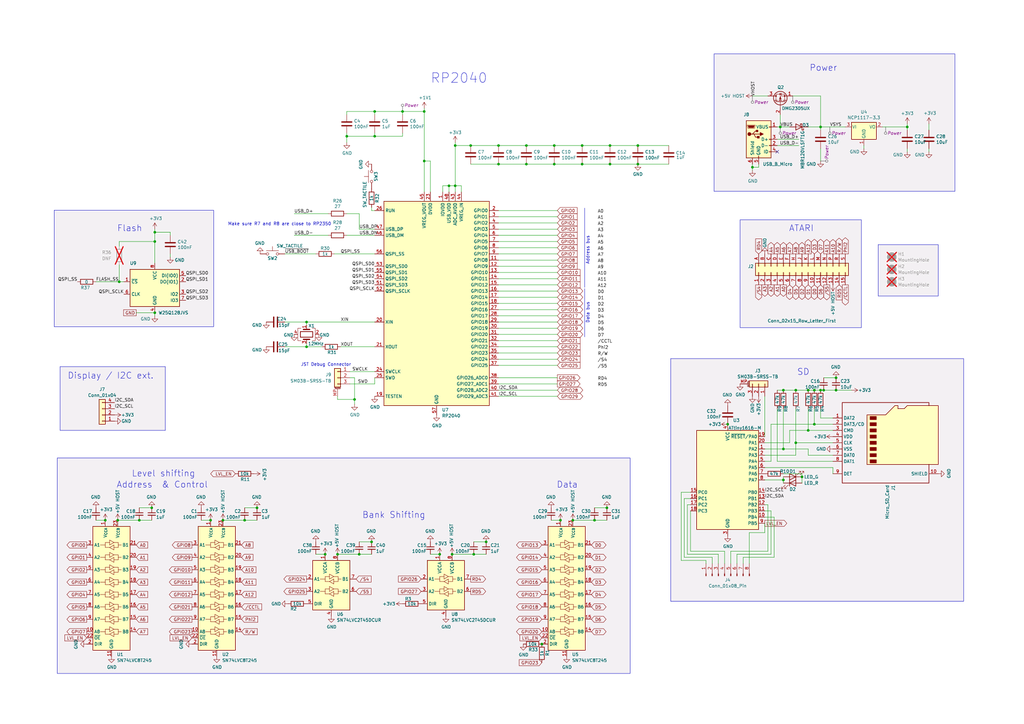
<source format=kicad_sch>
(kicad_sch (version 20231120) (generator "eeschema") (generator_version "8.0")
  (paper "A3")
  (title_block (title "DecentCart2040") (date "2024-09-25") (rev "1.1") (company "Decent Engineering"))
  (junction (at 227.33 59.69))
  (junction (at 229.87 213.36))
  (junction (at 334.01 160.02))
  (junction (at 250.19 67.31))
  (junction (at 331.47 160.02))
  (junction (at 334.01 173.99))
  (junction (at 147.32 227.33))
  (junction (at 215.9 59.69))
  (junction (at 86.36 213.36))
  (junction (at 91.44 213.36))
  (junction (at 238.76 59.69))
  (junction (at 138.43 227.33))
  (junction (at 63.5 95.25))
  (junction (at 180.34 227.33))
  (junction (at 331.47 176.53))
  (junction (at 43.18 213.36))
  (junction (at 248.92 208.28))
  (junction (at 227.33 67.31))
  (junction (at 193.04 59.69))
  (junction (at 173.99 45.72))
  (junction (at 199.39 222.25))
  (junction (at 165.1 45.72))
  (junction (at 125.73 132.08))
  (junction (at 308.61 68.58))
  (junction (at 238.76 67.31))
  (junction (at 105.41 208.28))
  (junction (at 185.42 227.33))
  (junction (at 194.31 227.33))
  (junction (at 62.23 208.28))
  (junction (at 336.55 160.02))
  (junction (at 337.82 160.02))
  (junction (at 186.69 76.2))
  (junction (at 342.9 160.02))
  (junction (at 63.5 99.06))
  (junction (at 222.25 264.16))
  (junction (at 48.26 213.36))
  (junction (at 250.19 59.69))
  (junction (at 215.9 67.31))
  (junction (at 326.39 160.02))
  (junction (at 125.73 142.24))
  (junction (at 184.15 76.2))
  (junction (at 63.5 128.27))
  (junction (at 173.99 66.04))
  (junction (at 48.895 115.57))
  (junction (at 372.11 52.07))
  (junction (at 326.39 181.61))
  (junction (at 145.415 163.83))
  (junction (at 100.33 213.36))
  (junction (at 243.84 213.36))
  (junction (at 133.35 227.33))
  (junction (at 321.31 160.02))
  (junction (at 234.95 213.36))
  (junction (at 261.62 67.31))
  (junction (at 321.31 196.85))
  (junction (at 261.62 59.69))
  (junction (at 321.31 184.15))
  (junction (at 204.47 59.69))
  (junction (at 186.69 59.69))
  (junction (at 336.55 52.07))
  (junction (at 298.45 173.99))
  (junction (at 328.93 195.58))
  (junction (at 153.67 55.88))
  (junction (at 57.15 213.36))
  (junction (at 204.47 67.31))
  (junction (at 320.04 52.07))
  (junction (at 153.67 45.72))
  (junction (at 342.9 154.94))
  (junction (at 152.4 222.25))
  (junction (at 142.24 55.88))
  (no_connect (at 318.77 62.23))
  (wire (pts (xy 281.94 227.33) (xy 294.64 227.33)))
  (wire (pts (xy 165.1 45.72) (xy 173.99 45.72)))
  (wire (pts (xy 55.88 128.27) (xy 63.5 128.27)))
  (wire (pts (xy 63.5 95.25) (xy 63.5 99.06)))
  (wire (pts (xy 186.69 76.2) (xy 186.69 78.74)))
  (wire (pts (xy 189.23 78.74) (xy 189.23 76.2)))
  (wire (pts (xy 153.67 142.24) (xy 139.7 142.24)))
  (wire (pts (xy 228.6 160.02) (xy 204.47 160.02)))
  (wire (pts (xy 336.55 60.96) (xy 336.55 66.04)))
  (wire (pts (xy 48.895 100.965) (xy 48.895 99.06)))
  (wire (pts (xy 185.42 227.33) (xy 194.31 227.33)))
  (wire (pts (xy 354.33 59.69) (xy 354.33 60.96)))
  (wire (pts (xy 243.84 213.36) (xy 248.92 213.36)))
  (wire (pts (xy 336.55 171.45) (xy 336.55 167.64)))
  (wire (pts (xy 48.26 213.36) (xy 57.15 213.36)))
  (wire (pts (xy 125.73 140.97) (xy 125.73 142.24)))
  (wire (pts (xy 48.895 115.57) (xy 50.8 115.57)))
  (wire (pts (xy 313.69 209.55) (xy 316.23 209.55)))
  (wire (pts (xy 289.56 229.87) (xy 289.56 231.14)))
  (wire (pts (xy 184.15 76.2) (xy 181.61 76.2)))
  (wire (pts (xy 372.11 53.34) (xy 372.11 52.07)))
  (wire (pts (xy 318.77 57.15) (xy 327.66 57.15)))
  (wire (pts (xy 57.15 213.36) (xy 62.23 213.36)))
  (wire (pts (xy 181.61 76.2) (xy 181.61 78.74)))
  (wire (pts (xy 228.6 119.38) (xy 204.47 119.38)))
  (wire (pts (xy 331.47 52.07) (xy 336.55 52.07)))
  (wire (pts (xy 100.33 208.28) (xy 105.41 208.28)))
  (wire (pts (xy 228.6 121.92) (xy 204.47 121.92)))
  (wire (pts (xy 204.47 67.31) (xy 215.9 67.31)))
  (wire (pts (xy 299.72 226.06) (xy 314.96 226.06)))
  (wire (pts (xy 228.6 149.86) (xy 204.47 149.86)))
  (wire (pts (xy 215.9 67.31) (xy 227.33 67.31)))
  (wire (pts (xy 321.31 196.85) (xy 321.31 198.12)))
  (wire (pts (xy 134.62 87.63) (xy 120.65 87.63)))
  (wire (pts (xy 186.69 59.69) (xy 193.04 59.69)))
  (wire (pts (xy 142.24 46.99) (xy 142.24 45.72)))
  (wire (pts (xy 228.6 129.54) (xy 204.47 129.54)))
  (wire (pts (xy 313.69 212.09) (xy 317.5 212.09)))
  (wire (pts (xy 228.6 116.84) (xy 204.47 116.84)))
  (wire (pts (xy 308.61 39.37) (xy 314.96 39.37)))
  (wire (pts (xy 336.55 160.02) (xy 334.01 160.02)))
  (wire (pts (xy 153.67 93.98) (xy 147.32 93.98)))
  (wire (pts (xy 176.53 66.04) (xy 173.99 66.04)))
  (wire (pts (xy 186.69 59.69) (xy 186.69 76.2)))
  (wire (pts (xy 165.1 55.88) (xy 165.1 54.61)))
  (wire (pts (xy 316.23 173.99) (xy 316.23 189.23)))
  (wire (pts (xy 321.31 167.64) (xy 321.31 184.15)))
  (wire (pts (xy 100.33 213.36) (xy 105.41 213.36)))
  (wire (pts (xy 173.99 45.72) (xy 173.99 66.04)))
  (wire (pts (xy 372.11 60.96) (xy 372.11 62.23)))
  (wire (pts (xy 292.1 228.6) (xy 292.1 231.14)))
  (wire (pts (xy 48.895 108.585) (xy 48.895 115.57)))
  (wire (pts (xy 69.85 96.52) (xy 69.85 95.25)))
  (wire (pts (xy 91.44 213.36) (xy 100.33 213.36)))
  (wire (pts (xy 39.37 213.36) (xy 43.18 213.36)))
  (wire (pts (xy 320.04 52.07) (xy 323.85 52.07)))
  (wire (pts (xy 334.01 167.64) (xy 334.01 173.99)))
  (wire (pts (xy 153.67 55.88) (xy 165.1 55.88)))
  (wire (pts (xy 308.61 68.58) (xy 308.61 69.85)))
  (wire (pts (xy 337.82 160.02) (xy 336.55 160.02)))
  (wire (pts (xy 193.04 59.69) (xy 204.47 59.69)))
  (wire (pts (xy 234.95 213.36) (xy 243.84 213.36)))
  (wire (pts (xy 153.67 157.48) (xy 153.67 154.94)))
  (wire (pts (xy 138.43 227.33) (xy 147.32 227.33)))
  (wire (pts (xy 318.77 52.07) (xy 320.04 52.07)))
  (wire (pts (xy 63.5 93.98) (xy 63.5 95.25)))
  (wire (pts (xy 215.9 59.69) (xy 227.33 59.69)))
  (wire (pts (xy 317.5 228.6) (xy 304.8 228.6)))
  (wire (pts (xy 228.6 132.08) (xy 204.47 132.08)))
  (wire (pts (xy 307.34 231.14) (xy 307.34 218.44)))
  (wire (pts (xy 334.01 160.02) (xy 331.47 160.02)))
  (wire (pts (xy 320.04 46.99) (xy 320.04 52.07)))
  (wire (pts (xy 279.4 201.93) (xy 279.4 229.87)))
  (wire (pts (xy 147.32 222.25) (xy 152.4 222.25)))
  (wire (pts (xy 331.47 167.64) (xy 331.47 176.53)))
  (wire (pts (xy 39.37 115.57) (xy 48.895 115.57)))
  (wire (pts (xy 342.9 160.02) (xy 337.82 160.02)))
  (wire (pts (xy 325.12 39.37) (xy 336.55 39.37)))
  (wire (pts (xy 226.06 213.36) (xy 229.87 213.36)))
  (wire (pts (xy 328.93 195.58) (xy 328.93 198.12)))
  (wire (pts (xy 116.84 132.08) (xy 125.73 132.08)))
  (wire (pts (xy 184.15 76.2) (xy 184.15 78.74)))
  (wire (pts (xy 331.47 184.15) (xy 331.47 186.69)))
  (wire (pts (xy 311.15 67.31) (xy 311.15 68.58)))
  (wire (pts (xy 313.69 184.15) (xy 321.31 184.15)))
  (wire (pts (xy 228.6 86.36) (xy 204.47 86.36)))
  (wire (pts (xy 176.53 78.74) (xy 176.53 66.04)))
  (wire (pts (xy 372.11 52.07) (xy 372.11 50.8)))
  (wire (pts (xy 313.69 218.44) (xy 313.69 214.63)))
  (wire (pts (xy 152.4 85.09) (xy 152.4 86.36)))
  (wire (pts (xy 294.64 227.33) (xy 294.64 231.14)))
  (wire (pts (xy 331.47 186.69) (xy 341.63 186.69)))
  (wire (pts (xy 314.96 207.01) (xy 313.69 207.01)))
  (wire (pts (xy 280.67 204.47) (xy 280.67 228.6)))
  (wire (pts (xy 134.62 96.52) (xy 120.65 96.52)))
  (wire (pts (xy 316.23 189.23) (xy 313.69 189.23)))
  (wire (pts (xy 326.39 160.02) (xy 321.31 160.02)))
  (wire (pts (xy 142.24 55.88) (xy 153.67 55.88)))
  (wire (pts (xy 331.47 160.02) (xy 326.39 160.02)))
  (wire (pts (xy 341.63 173.99) (xy 334.01 173.99)))
  (wire (pts (xy 283.21 201.93) (xy 279.4 201.93)))
  (wire (pts (xy 194.31 222.25) (xy 199.39 222.25)))
  (wire (pts (xy 142.24 54.61) (xy 142.24 55.88)))
  (wire (pts (xy 341.63 171.45) (xy 336.55 171.45)))
  (wire (pts (xy 63.5 128.27) (xy 63.5 129.54)))
  (wire (pts (xy 63.5 99.06) (xy 63.5 107.95)))
  (wire (pts (xy 250.19 59.69) (xy 261.62 59.69)))
  (wire (pts (xy 314.96 226.06) (xy 314.96 207.01)))
  (wire (pts (xy 326.39 167.64) (xy 326.39 181.61)))
  (wire (pts (xy 337.82 154.94) (xy 342.9 154.94)))
  (wire (pts (xy 227.33 59.69) (xy 238.76 59.69)))
  (wire (pts (xy 321.31 194.31) (xy 328.93 194.31)))
  (wire (pts (xy 147.32 87.63) (xy 147.32 93.98)))
  (wire (pts (xy 326.39 186.69) (xy 326.39 181.61)))
  (wire (pts (xy 341.63 191.77) (xy 313.69 191.77)))
  (wire (pts (xy 250.19 67.31) (xy 261.62 67.31)))
  (wire (pts (xy 69.85 95.25) (xy 63.5 95.25)))
  (wire (pts (xy 316.23 209.55) (xy 316.23 227.33)))
  (wire (pts (xy 318.77 167.64) (xy 318.77 189.23)))
  (wire (pts (xy 299.72 231.14) (xy 299.72 226.06)))
  (wire (pts (xy 228.6 124.46) (xy 204.47 124.46)))
  (wire (pts (xy 228.6 106.68) (xy 204.47 106.68)))
  (wire (pts (xy 228.6 91.44) (xy 204.47 91.44)))
  (wire (pts (xy 297.18 231.14) (xy 297.18 226.06)))
  (wire (pts (xy 331.47 176.53) (xy 341.63 176.53)))
  (wire (pts (xy 316.23 227.33) (xy 302.26 227.33)))
  (wire (pts (xy 328.93 194.31) (xy 328.93 195.58)))
  (wire (pts (xy 302.26 227.33) (xy 302.26 231.14)))
  (wire (pts (xy 194.31 227.33) (xy 199.39 227.33)))
  (wire (pts (xy 283.21 226.06) (xy 283.21 209.55)))
  (wire (pts (xy 147.32 87.63) (xy 142.24 87.63)))
  (wire (pts (xy 228.6 109.22) (xy 204.47 109.22)))
  (wire (pts (xy 125.73 132.08) (xy 125.73 133.35)))
  (wire (pts (xy 228.6 114.3) (xy 204.47 114.3)))
  (wire (pts (xy 204.47 59.69) (xy 215.9 59.69)))
  (wire (pts (xy 321.31 195.58) (xy 321.31 196.85)))
  (wire (pts (xy 228.6 88.9) (xy 204.47 88.9)))
  (wire (pts (xy 326.39 181.61) (xy 341.63 181.61)))
  (wire (pts (xy 227.33 67.31) (xy 238.76 67.31)))
  (wire (pts (xy 228.6 104.14) (xy 204.47 104.14)))
  (wire (pts (xy 137.16 104.14) (xy 153.67 104.14)))
  (wire (pts (xy 138.43 162.56) (xy 138.43 163.83)))
  (wire (pts (xy 361.95 52.07) (xy 372.11 52.07)))
  (wire (pts (xy 228.6 127) (xy 204.47 127)))
  (wire (pts (xy 321.31 184.15) (xy 331.47 184.15)))
  (wire (pts (xy 176.53 227.33) (xy 180.34 227.33)))
  (wire (pts (xy 143.51 152.4) (xy 153.67 152.4)))
  (wire (pts (xy 318.77 59.69) (xy 327.66 59.69)))
  (wire (pts (xy 142.24 55.88) (xy 142.24 58.42)))
  (wire (pts (xy 129.54 104.14) (xy 116.84 104.14)))
  (wire (pts (xy 228.6 147.32) (xy 204.47 147.32)))
  (wire (pts (xy 125.73 132.08) (xy 153.67 132.08)))
  (wire (pts (xy 334.01 173.99) (xy 316.23 173.99)))
  (wire (pts (xy 381 60.96) (xy 381 62.23)))
  (wire (pts (xy 152.4 86.36) (xy 153.67 86.36)))
  (wire (pts (xy 143.51 157.48) (xy 153.67 157.48)))
  (wire (pts (xy 186.69 76.2) (xy 184.15 76.2)))
  (wire (pts (xy 336.55 53.34) (xy 336.55 52.07)))
  (wire (pts (xy 228.6 134.62) (xy 204.47 134.62)))
  (wire (pts (xy 228.6 157.48) (xy 204.47 157.48)))
  (wire (pts (xy 153.67 45.72) (xy 165.1 45.72)))
  (wire (pts (xy 145.415 154.94) (xy 145.415 163.83)))
  (wire (pts (xy 311.15 68.58) (xy 308.61 68.58)))
  (wire (pts (xy 142.24 45.72) (xy 153.67 45.72)))
  (wire (pts (xy 69.85 104.14) (xy 69.85 105.41)))
  (wire (pts (xy 228.6 144.78) (xy 204.47 144.78)))
  (wire (pts (xy 193.04 67.31) (xy 204.47 67.31)))
  (wire (pts (xy 153.67 96.52) (xy 142.24 96.52)))
  (wire (pts (xy 313.69 196.85) (xy 321.31 196.85)))
  (wire (pts (xy 321.31 160.02) (xy 318.77 160.02)))
  (wire (pts (xy 147.32 227.33) (xy 152.4 227.33)))
  (wire (pts (xy 238.76 59.69) (xy 250.19 59.69)))
  (wire (pts (xy 173.99 66.04) (xy 173.99 78.74)))
  (wire (pts (xy 129.54 227.33) (xy 133.35 227.33)))
  (wire (pts (xy 341.63 194.31) (xy 341.63 191.77)))
  (wire (pts (xy 318.77 189.23) (xy 341.63 189.23)))
  (wire (pts (xy 280.67 228.6) (xy 292.1 228.6)))
  (wire (pts (xy 313.69 162.56) (xy 313.69 179.07)))
  (wire (pts (xy 283.21 204.47) (xy 280.67 204.47)))
  (wire (pts (xy 173.99 44.45) (xy 173.99 45.72)))
  (wire (pts (xy 186.69 58.42) (xy 186.69 59.69)))
  (polyline (pts (xy 239.776 118.364) (xy 239.776 138.176)))
  (wire (pts (xy 228.6 96.52) (xy 204.47 96.52)))
  (wire (pts (xy 323.85 181.61) (xy 323.85 176.53)))
  (wire (pts (xy 313.69 186.69) (xy 326.39 186.69)))
  (polyline (pts (xy 239.776 85.344) (xy 239.776 117.856)))
  (wire (pts (xy 165.1 46.99) (xy 165.1 45.72)))
  (wire (pts (xy 48.895 99.06) (xy 63.5 99.06)))
  (wire (pts (xy 228.6 139.7) (xy 204.47 139.7)))
  (wire (pts (xy 336.55 39.37) (xy 336.55 52.07)))
  (wire (pts (xy 349.25 160.02) (xy 342.9 160.02)))
  (wire (pts (xy 281.94 207.01) (xy 281.94 227.33)))
  (wire (pts (xy 279.4 229.87) (xy 289.56 229.87)))
  (wire (pts (xy 116.84 142.24) (xy 125.73 142.24)))
  (wire (pts (xy 323.85 176.53) (xy 331.47 176.53)))
  (wire (pts (xy 125.73 142.24) (xy 132.08 142.24)))
  (wire (pts (xy 346.71 52.07) (xy 336.55 52.07)))
  (wire (pts (xy 243.84 208.28) (xy 248.92 208.28)))
  (wire (pts (xy 228.6 99.06) (xy 204.47 99.06)))
  (wire (pts (xy 228.6 142.24) (xy 204.47 142.24)))
  (wire (pts (xy 228.6 101.6) (xy 204.47 101.6)))
  (wire (pts (xy 153.67 46.99) (xy 153.67 45.72)))
  (wire (pts (xy 57.15 208.28) (xy 62.23 208.28)))
  (wire (pts (xy 261.62 59.69) (xy 274.32 59.69)))
  (wire (pts (xy 145.415 163.83) (xy 145.415 165.735)))
  (wire (pts (xy 308.61 67.31) (xy 308.61 68.58)))
  (wire (pts (xy 228.6 111.76) (xy 204.47 111.76)))
  (wire (pts (xy 82.55 213.36) (xy 86.36 213.36)))
  (wire (pts (xy 228.6 137.16) (xy 204.47 137.16)))
  (wire (pts (xy 238.76 67.31) (xy 250.19 67.31)))
  (wire (pts (xy 381 50.8) (xy 381 53.34)))
  (wire (pts (xy 307.34 218.44) (xy 313.69 218.44)))
  (wire (pts (xy 313.69 181.61) (xy 323.85 181.61)))
  (wire (pts (xy 283.21 207.01) (xy 281.94 207.01)))
  (wire (pts (xy 189.23 76.2) (xy 186.69 76.2)))
  (wire (pts (xy 228.6 162.56) (xy 204.47 162.56)))
  (wire (pts (xy 145.415 163.83) (xy 138.43 163.83)))
  (wire (pts (xy 228.6 154.94) (xy 204.47 154.94)))
  (wire (pts (xy 297.18 226.06) (xy 283.21 226.06)))
  (wire (pts (xy 228.6 93.98) (xy 204.47 93.98)))
  (wire (pts (xy 153.67 54.61) (xy 153.67 55.88)))
  (wire (pts (xy 261.62 67.31) (xy 274.32 67.31)))
  (wire (pts (xy 317.5 212.09) (xy 317.5 228.6)))
  (wire (pts (xy 143.51 154.94) (xy 145.415 154.94)))
  (wire (pts (xy 304.8 228.6) (xy 304.8 231.14)))
  (rectangle (start 24.638 150.368) (end 67.818 176.53) (fill (type color) (color 56 0 60 0.06)))
  (rectangle (start 292.862 22.098) (end 391.668 78.486) (fill (type color) (color 56 0 60 0.06)))
  (rectangle (start 23.495 187.833) (end 258.445 276.225) (fill (type color) (color 56 0 60 0.06)))
  (rectangle (start 275.082 147.066) (end 395.224 246.634) (fill (type color) (color 56 0 60 0.06)))
  (rectangle (start 22.225 86.233) (end 87.63 133.985) (fill (type color) (color 56 0 60 0.06)))
  (rectangle (start 360.172 100.33) (end 384.81 121.412) (fill (type color) (color 56 0 60 0.06)))
  (rectangle (start 303.53 90.17) (end 353.314 134.366) (fill (type color) (color 56 0 60 0.06)))
  (text "Flash" (at 48.006 95.25 0) (effects (font (size 2.54 2.54)) (justify left bottom)))
  (text "RP2040" (at 176.53 34.544 0) (effects (font (size 4 4)) (justify left bottom)))
  (text "ATARI" (at 328.676 95.25 0) (effects (font (size 2.54 2.54)) (justify bottom)))
  (text "Level shifting" (at 67.056 195.834 0) (effects (font (size 2.54 2.54)) (justify bottom)))
  (text "Display / I2C ext." (at 27.686 155.702 0) (effects (font (size 2.54 2.54)) (justify left bottom)))
  (text "Address bus" (at 241.808 102.616 90) (effects (font (size 1.27 1.27)) (justify bottom)))
  (text "Data bus" (at 241.808 128.27 90) (effects (font (size 1.27 1.27)) (justify bottom)))
  (text "Power" (at 331.978 29.464 0) (effects (font (size 2.54 2.54)) (justify left bottom)))
  (text "Bank Shifting" (at 161.544 212.852 0) (effects (font (size 2.54 2.54)) (justify bottom)))
  (text "SD" (at 326.898 154.178 0) (effects (font (size 2.54 2.54)) (justify left bottom)))
  (text "Make sure R7 and R8 are close to RP2350\n" (at 135.89 92.71 0) (effects (font (size 1.27 1.27)) (justify right bottom)))
  (text "Data" (at 232.664 200.406 0) (effects (font (size 2.54 2.54)) (justify bottom)))
  (text "JST Debug Connector" (at 144.018 150.368 0) (effects (font (size 1.27 1.27)) (justify right bottom)))
  (text "Address  & Control" (at 66.548 200.406 0) (effects (font (size 2.54 2.54)) (justify bottom)))
  (label "QSPI_SD0" (at 76.2 113.03 0))
  (label "{slash}S5" (at 245.11 151.13 0))
  (label "XOUT" (at 139.7 142.24 0))
  (label "A8" (at 245.11 107.95 0))
  (label "XIN" (at 139.7 132.08 0))
  (label "A10" (at 245.11 113.03 0))
  (label "QSPI_SCLK" (at 153.67 119.38 180))
  (label "VHOST" (at 309.88 39.37 90))
  (label "QSPI_SD2" (at 153.67 114.3 180))
  (label "QSPI_SCLK" (at 50.8 120.65 180))
  (label "QSPI_SS" (at 139.7 104.14 0))
  (label "USB_D+" (at 120.65 87.63 0))
  (label "A9" (at 245.11 110.49 0))
  (label "RD5" (at 245.11 158.75 0))
  (label "QSPI_SD3" (at 153.67 116.84 180))
  (label "I2C_SCL" (at 313.69 201.93 0))
  (label "A7" (at 245.11 105.41 0))
  (label "QSPI_SS" (at 31.75 115.57 180))
  (label "I2C_SCL" (at 46.99 167.64 0))
  (label "D0" (at 245.11 120.65 0))
  (label "{slash}CCTL" (at 245.11 140.97 0))
  (label "A11" (at 245.11 115.57 0))
  (label "SWD" (at 150.876 157.48 180))
  (label "I2C_SCL" (at 204.47 162.56 0))
  (label "USB_D-" (at 120.65 96.52 0))
  (label "USB_D-" (at 327.66 59.69 180))
  (label "FLASH_SS" (at 39.37 115.57 0))
  (label "VSYS" (at 340.36 52.07 0))
  (label "QSPI_SD0" (at 153.67 109.22 180))
  (label "D7" (at 245.11 138.43 0))
  (label "QSPI_SD3" (at 76.2 123.19 0))
  (label "{slash}S4" (at 245.11 148.59 0))
  (label "A6" (at 245.11 102.87 0))
  (label "D3" (at 245.11 128.27 0))
  (label "USB_DN" (at 147.32 96.52 0))
  (label "D2" (at 245.11 125.73 0))
  (label "D5" (at 245.11 133.35 0))
  (label "USB_D+" (at 327.66 57.15 180))
  (label "SWCLK" (at 150.876 152.4 180))
  (label "A4" (at 245.11 97.79 0))
  (label "I2C_SDA" (at 313.69 204.47 0))
  (label "RD4" (at 245.11 156.21 0))
  (label "D1" (at 245.11 123.19 0))
  (label "I2C_SDA" (at 204.47 160.02 0))
  (label "D4" (at 245.11 130.81 0))
  (label "A5" (at 245.11 100.33 0))
  (label "~{USB_BOOT}" (at 116.84 104.14 0))
  (label "A2" (at 245.11 92.71 0))
  (label "A1" (at 245.11 90.17 0))
  (label "Phi2" (at 245.11 143.51 0))
  (label "D6" (at 245.11 135.89 0))
  (label "A12" (at 245.11 118.11 0))
  (label "A0" (at 245.11 87.63 0))
  (label "VBUS" (at 320.04 52.07 0))
  (label "QSPI_SD1" (at 153.67 111.76 180))
  (label "QSPI_SD2" (at 76.2 120.65 0))
  (label "USB_DP" (at 147.32 93.98 0))
  (label "I2C_SDA" (at 46.99 165.1 0))
  (label "R{slash}W" (at 245.11 146.05 0))
  (label "A3" (at 245.11 95.25 0))
  (label "QSPI_SD1" (at 76.2 115.57 0))
  (global_label "A2" (shape input) (at 55.88 233.68 0) (property "Intersheetrefs" "${INTERSHEET_REFS}" (effects (hide yes))))
  (global_label "GPIO8" (shape input) (at 228.6 106.68 0) (property "Intersheetrefs" "${INTERSHEET_REFS}" (effects (hide yes))))
  (global_label "GPIO22" (shape input) (at 228.6 142.24 0) (property "Intersheetrefs" "${INTERSHEET_REFS}" (effects (hide yes))))
  (global_label "GPIO1" (shape output) (at 35.56 228.6 180) (property "Intersheetrefs" "${INTERSHEET_REFS}" (effects (hide yes))))
  (global_label "GPIO21" (shape input) (at 228.6 139.7 0) (property "Intersheetrefs" "${INTERSHEET_REFS}" (effects (hide yes))))
  (global_label "GPIO24" (shape input) (at 228.6 147.32 0) (property "Intersheetrefs" "${INTERSHEET_REFS}" (effects (hide yes))))
  (global_label "GPIO19" (shape bidirectional) (at 222.25 254 180) (property "Intersheetrefs" "${INTERSHEET_REFS}" (effects (hide yes))))
  (global_label "GPIO10" (shape input) (at 228.6 111.76 0) (property "Intersheetrefs" "${INTERSHEET_REFS}" (effects (hide yes))))
  (global_label "GPIO27" (shape output) (at 228.6 157.48 0) (property "Intersheetrefs" "${INTERSHEET_REFS}" (effects (hide yes))))
  (global_label "RD4" (shape input) (at 311.15 104.14 90) (property "Intersheetrefs" "${INTERSHEET_REFS}" (effects (hide yes))))
  (global_label "GPIO18" (shape bidirectional) (at 228.6 132.08 0) (property "Intersheetrefs" "${INTERSHEET_REFS}" (effects (hide yes))))
  (global_label "RD4" (shape output) (at 193.04 237.49 0) (property "Intersheetrefs" "${INTERSHEET_REFS}" (effects (hide yes))))
  (global_label "GPIO28" (shape bidirectional) (at 228.6 160.02 0) (property "Intersheetrefs" "${INTERSHEET_REFS}" (effects (hide yes))))
  (global_label "GPIO6" (shape output) (at 35.56 254 180) (property "Intersheetrefs" "${INTERSHEET_REFS}" (effects (hide yes))))
  (global_label "GPIO19" (shape bidirectional) (at 228.6 134.62 0) (property "Intersheetrefs" "${INTERSHEET_REFS}" (effects (hide yes))))
  (global_label "RD5" (shape input) (at 344.17 116.84 270) (property "Intersheetrefs" "${INTERSHEET_REFS}" (effects (hide yes))))
  (global_label "A2" (shape output) (at 316.23 116.84 270) (property "Intersheetrefs" "${INTERSHEET_REFS}" (effects (hide yes))))
  (global_label "GPIO9" (shape output) (at 78.74 228.6 180) (property "Intersheetrefs" "${INTERSHEET_REFS}" (effects (hide yes))))
  (global_label "A3" (shape output) (at 313.69 116.84 270) (property "Intersheetrefs" "${INTERSHEET_REFS}" (effects (hide yes))))
  (global_label "GPIO21" (shape output) (at 78.74 248.92 180) (property "Intersheetrefs" "${INTERSHEET_REFS}" (effects (hide yes))))
  (global_label "GPIO3" (shape input) (at 228.6 93.98 0) (property "Intersheetrefs" "${INTERSHEET_REFS}" (effects (hide yes))))
  (global_label "R/W" (shape output) (at 344.17 104.14 90) (property "Intersheetrefs" "${INTERSHEET_REFS}" (effects (hide yes))))
  (global_label "D5" (shape bidirectional) (at 326.39 116.84 270) (property "Intersheetrefs" "${INTERSHEET_REFS}" (effects (hide yes))))
  (global_label "D6" (shape bidirectional) (at 336.55 116.84 270) (property "Intersheetrefs" "${INTERSHEET_REFS}" (effects (hide yes))))
  (global_label "GPIO6" (shape input) (at 228.6 101.6 0) (property "Intersheetrefs" "${INTERSHEET_REFS}" (effects (hide yes))))
  (global_label "D2" (shape bidirectional) (at 328.93 116.84 270) (property "Intersheetrefs" "${INTERSHEET_REFS}" (effects (hide yes))))
  (global_label "D1" (shape bidirectional) (at 242.57 228.6 0) (property "Intersheetrefs" "${INTERSHEET_REFS}" (effects (hide yes))))
  (global_label "GPIO15" (shape bidirectional) (at 228.6 124.46 0) (property "Intersheetrefs" "${INTERSHEET_REFS}" (effects (hide yes))))
  (global_label "GPIO7" (shape output) (at 35.56 259.08 180) (property "Intersheetrefs" "${INTERSHEET_REFS}" (effects (hide yes))))
  (global_label "GPIO29" (shape bidirectional) (at 228.6 162.56 0) (property "Intersheetrefs" "${INTERSHEET_REFS}" (effects (hide yes))))
  (global_label "GPIO8" (shape output) (at 78.74 223.52 180) (property "Intersheetrefs" "${INTERSHEET_REFS}" (effects (hide yes))))
  (global_label "GPIO23" (shape output) (at 78.74 259.08 180) (property "Intersheetrefs" "${INTERSHEET_REFS}" (effects (hide yes))))
  (global_label "GPIO20" (shape bidirectional) (at 222.25 259.08 180) (property "Intersheetrefs" "${INTERSHEET_REFS}" (effects (hide yes))))
  (global_label "GND" (shape passive) (at 55.88 128.27 180) (property "Intersheetrefs" "${INTERSHEET_REFS}" (effects (hide yes))))
  (global_label "GPIO17" (shape bidirectional) (at 222.25 243.84 180) (property "Intersheetrefs" "${INTERSHEET_REFS}" (effects (hide yes))))
  (global_label "A11" (shape input) (at 99.06 238.76 0) (property "Intersheetrefs" "${INTERSHEET_REFS}" (effects (hide yes))))
  (global_label "LVL_EN" (shape bidirectional) (at 96.52 194.31 180) (property "Intersheetrefs" "${INTERSHEET_REFS}" (effects (hide yes))))
  (global_label "D5" (shape bidirectional) (at 242.57 248.92 0) (property "Intersheetrefs" "${INTERSHEET_REFS}" (effects (hide yes))))
  (global_label "GPIO0" (shape input) (at 228.6 86.36 0) (property "Intersheetrefs" "${INTERSHEET_REFS}" (effects (hide yes))))
  (global_label "LVL_EN" (shape input) (at 78.74 261.62 180) (property "Intersheetrefs" "${INTERSHEET_REFS}" (effects (hide yes))))
  (global_label "A10" (shape output) (at 341.63 104.14 90) (property "Intersheetrefs" "${INTERSHEET_REFS}" (effects (hide yes))))
  (global_label "GPIO16" (shape bidirectional) (at 228.6 127 0) (property "Intersheetrefs" "${INTERSHEET_REFS}" (effects (hide yes))))
  (global_label "GPIO10" (shape output) (at 78.74 233.68 180) (property "Intersheetrefs" "${INTERSHEET_REFS}" (effects (hide yes))))
  (global_label "GPIO17" (shape bidirectional) (at 228.6 129.54 0) (property "Intersheetrefs" "${INTERSHEET_REFS}" (effects (hide yes))))
  (global_label "A6" (shape input) (at 55.88 254 0) (property "Intersheetrefs" "${INTERSHEET_REFS}" (effects (hide yes))))
  (global_label "D1" (shape bidirectional) (at 331.47 116.84 270) (property "Intersheetrefs" "${INTERSHEET_REFS}" (effects (hide yes))))
  (global_label "GPIO22" (shape output) (at 78.74 254 180) (property "Intersheetrefs" "${INTERSHEET_REFS}" (effects (hide yes))))
  (global_label "D3" (shape bidirectional) (at 242.57 238.76 0) (property "Intersheetrefs" "${INTERSHEET_REFS}" (effects (hide yes))))
  (global_label "GPIO25" (shape input) (at 228.6 149.86 0) (property "Intersheetrefs" "${INTERSHEET_REFS}" (effects (hide yes))))
  (global_label "Phi2" (shape input) (at 99.06 254 0) (property "Intersheetrefs" "${INTERSHEET_REFS}" (effects (hide yes))))
  (global_label "A5" (shape output) (at 318.77 104.14 90) (property "Intersheetrefs" "${INTERSHEET_REFS}" (effects (hide yes))))
  (global_label "D0" (shape bidirectional) (at 334.01 116.84 270) (property "Intersheetrefs" "${INTERSHEET_REFS}" (effects (hide yes))))
  (global_label "/S4" (shape output) (at 311.15 116.84 270) (property "Intersheetrefs" "${INTERSHEET_REFS}" (effects (hide yes))))
  (global_label "D0" (shape bidirectional) (at 242.57 223.52 0) (property "Intersheetrefs" "${INTERSHEET_REFS}" (effects (hide yes))))
  (global_label "GPIO11" (shape output) (at 78.74 238.76 180) (property "Intersheetrefs" "${INTERSHEET_REFS}" (effects (hide yes))))
  (global_label "/S4" (shape input) (at 146.05 237.49 0) (property "Intersheetrefs" "${INTERSHEET_REFS}" (effects (hide yes))))
  (global_label "GPIO11" (shape input) (at 228.6 114.3 0) (property "Intersheetrefs" "${INTERSHEET_REFS}" (effects (hide yes))))
  (global_label "D4" (shape bidirectional) (at 323.85 116.84 270) (property "Intersheetrefs" "${INTERSHEET_REFS}" (effects (hide yes))))
  (global_label "/S5" (shape output) (at 339.09 116.84 270) (property "Intersheetrefs" "${INTERSHEET_REFS}" (effects (hide yes))))
  (global_label "GPIO9" (shape input) (at 228.6 109.22 0) (property "Intersheetrefs" "${INTERSHEET_REFS}" (effects (hide yes))))
  (global_label "GPIO13" (shape bidirectional) (at 228.6 119.38 0) (property "Intersheetrefs" "${INTERSHEET_REFS}" (effects (hide yes))))
  (global_label "A11" (shape output) (at 339.09 104.14 90) (property "Intersheetrefs" "${INTERSHEET_REFS}" (effects (hide yes))))
  (global_label "GPIO20" (shape bidirectional) (at 228.6 137.16 0) (property "Intersheetrefs" "${INTERSHEET_REFS}" (effects (hide yes))))
  (global_label "A5" (shape input) (at 55.88 248.92 0) (property "Intersheetrefs" "${INTERSHEET_REFS}" (effects (hide yes))))
  (global_label "A0" (shape output) (at 321.31 116.84 270) (property "Intersheetrefs" "${INTERSHEET_REFS}" (effects (hide yes))))
  (global_label "GPIO26" (shape output) (at 228.6 154.94 0) (property "Intersheetrefs" "${INTERSHEET_REFS}" (effects (hide yes))))
  (global_label "A1" (shape output) (at 318.77 116.84 270) (property "Intersheetrefs" "${INTERSHEET_REFS}" (effects (hide yes))))
  (global_label "A0" (shape input) (at 55.88 223.52 0) (property "Intersheetrefs" "${INTERSHEET_REFS}" (effects (hide yes))))
  (global_label "GPIO26" (shape input) (at 172.72 237.49 180) (property "Intersheetrefs" "${INTERSHEET_REFS}" (effects (hide yes))))
  (global_label "GPIO12" (shape input) (at 228.6 116.84 0) (property "Intersheetrefs" "${INTERSHEET_REFS}" (effects (hide yes))))
  (global_label "D7" (shape bidirectional) (at 242.57 259.08 0) (property "Intersheetrefs" "${INTERSHEET_REFS}" (effects (hide yes))))
  (global_label "A12" (shape output) (at 331.47 104.14 90) (property "Intersheetrefs" "${INTERSHEET_REFS}" (effects (hide yes))))
  (global_label "GPIO5" (shape output) (at 35.56 248.92 180) (property "Intersheetrefs" "${INTERSHEET_REFS}" (effects (hide yes))))
  (global_label "A3" (shape input) (at 55.88 238.76 0) (property "Intersheetrefs" "${INTERSHEET_REFS}" (effects (hide yes))))
  (global_label "GPIO27" (shape input) (at 172.72 242.57 180) (property "Intersheetrefs" "${INTERSHEET_REFS}" (effects (hide yes))))
  (global_label "GPIO2" (shape output) (at 35.56 233.68 180) (property "Intersheetrefs" "${INTERSHEET_REFS}" (effects (hide yes))))
  (global_label "A7" (shape output) (at 323.85 104.14 90) (property "Intersheetrefs" "${INTERSHEET_REFS}" (effects (hide yes))))
  (global_label "A10" (shape input) (at 99.06 233.68 0) (property "Intersheetrefs" "${INTERSHEET_REFS}" (effects (hide yes))))
  (global_label "A9" (shape input) (at 99.06 228.6 0) (property "Intersheetrefs" "${INTERSHEET_REFS}" (effects (hide yes))))
  (global_label "A4" (shape output) (at 316.23 104.14 90) (property "Intersheetrefs" "${INTERSHEET_REFS}" (effects (hide yes))))
  (global_label "LVL_EN" (shape input) (at 35.56 261.62 180) (property "Intersheetrefs" "${INTERSHEET_REFS}" (effects (hide yes))))
  (global_label "GPIO23" (shape input) (at 228.6 144.78 0) (property "Intersheetrefs" "${INTERSHEET_REFS}" (effects (hide yes))))
  (global_label "GPIO4" (shape output) (at 35.56 243.84 180) (property "Intersheetrefs" "${INTERSHEET_REFS}" (effects (hide yes))))
  (global_label "A1" (shape input) (at 55.88 228.6 0) (property "Intersheetrefs" "${INTERSHEET_REFS}" (effects (hide yes))))
  (global_label "GPIO4" (shape input) (at 228.6 96.52 0) (property "Intersheetrefs" "${INTERSHEET_REFS}" (effects (hide yes))))
  (global_label "LVL_EN" (shape output) (at 313.69 214.63 0) (property "Intersheetrefs" "${INTERSHEET_REFS}" (effects (hide yes))))
  (global_label "A8" (shape input) (at 99.06 223.52 0) (property "Intersheetrefs" "${INTERSHEET_REFS}" (effects (hide yes))))
  (global_label "GPIO15" (shape bidirectional) (at 222.25 233.68 180) (property "Intersheetrefs" "${INTERSHEET_REFS}" (effects (hide yes))))
  (global_label "D7" (shape bidirectional) (at 336.55 104.14 90) (property "Intersheetrefs" "${INTERSHEET_REFS}" (effects (hide yes))))
  (global_label "Phi2" (shape output) (at 346.71 104.14 90) (property "Intersheetrefs" "${INTERSHEET_REFS}" (effects (hide yes))))
  (global_label "D2" (shape bidirectional) (at 242.57 233.68 0) (property "Intersheetrefs" "${INTERSHEET_REFS}" (effects (hide yes))))
  (global_label "A6" (shape output) (at 321.31 104.14 90) (property "Intersheetrefs" "${INTERSHEET_REFS}" (effects (hide yes))))
  (global_label "GPIO14" (shape bidirectional) (at 228.6 121.92 0) (property "Intersheetrefs" "${INTERSHEET_REFS}" (effects (hide yes))))
  (global_label "A12" (shape input) (at 99.06 243.84 0) (property "Intersheetrefs" "${INTERSHEET_REFS}" (effects (hide yes))))
  (global_label "GPIO16" (shape bidirectional) (at 222.25 238.76 180) (property "Intersheetrefs" "${INTERSHEET_REFS}" (effects (hide yes))))
  (global_label "GPIO14" (shape bidirectional) (at 222.25 228.6 180) (property "Intersheetrefs" "${INTERSHEET_REFS}" (effects (hide yes))))
  (global_label "RD5" (shape output) (at 193.04 242.57 0) (property "Intersheetrefs" "${INTERSHEET_REFS}" (effects (hide yes))))
  (global_label "GPIO0" (shape output) (at 35.56 223.52 180) (property "Intersheetrefs" "${INTERSHEET_REFS}" (effects (hide yes))))
  (global_label "D3" (shape bidirectional) (at 334.01 104.14 90) (property "Intersheetrefs" "${INTERSHEET_REFS}" (effects (hide yes))))
  (global_label "GPIO7" (shape input) (at 228.6 104.14 0) (property "Intersheetrefs" "${INTERSHEET_REFS}" (effects (hide yes))))
  (global_label "D4" (shape bidirectional) (at 242.57 243.84 0) (property "Intersheetrefs" "${INTERSHEET_REFS}" (effects (hide yes))))
  (global_label "GPIO18" (shape bidirectional) (at 222.25 248.92 180) (property "Intersheetrefs" "${INTERSHEET_REFS}" (effects (hide yes))))
  (global_label "/S5" (shape input) (at 146.05 242.57 0) (property "Intersheetrefs" "${INTERSHEET_REFS}" (effects (hide yes))))
  (global_label "LVL_EN" (shape input) (at 222.25 261.62 180) (property "Intersheetrefs" "${INTERSHEET_REFS}" (effects (hide yes))))
  (global_label "R/W" (shape input) (at 99.06 259.08 0) (property "Intersheetrefs" "${INTERSHEET_REFS}" (effects (hide yes))))
  (global_label "GPIO3" (shape output) (at 35.56 238.76 180) (property "Intersheetrefs" "${INTERSHEET_REFS}" (effects (hide yes))))
  (global_label "A9" (shape output) (at 328.93 104.14 90) (property "Intersheetrefs" "${INTERSHEET_REFS}" (effects (hide yes))))
  (global_label "GPIO5" (shape input) (at 228.6 99.06 0) (property "Intersheetrefs" "${INTERSHEET_REFS}" (effects (hide yes))))
  (global_label "GPIO2" (shape input) (at 228.6 91.44 0) (property "Intersheetrefs" "${INTERSHEET_REFS}" (effects (hide yes))))
  (global_label "A7" (shape input) (at 55.88 259.08 0) (property "Intersheetrefs" "${INTERSHEET_REFS}" (effects (hide yes))))
  (global_label "/CCTL" (shape input) (at 99.06 248.92 0) (property "Intersheetrefs" "${INTERSHEET_REFS}" (effects (hide yes))))
  (global_label "GPIO24" (shape output) (at 125.73 237.49 180) (property "Intersheetrefs" "${INTERSHEET_REFS}" (effects (hide yes))))
  (global_label "GPIO13" (shape bidirectional) (at 222.25 223.52 180) (property "Intersheetrefs" "${INTERSHEET_REFS}" (effects (hide yes))))
  (global_label "A8" (shape output) (at 326.39 104.14 90) (property "Intersheetrefs" "${INTERSHEET_REFS}" (effects (hide yes))))
  (global_label "GPIO23" (shape input) (at 222.25 271.78 180) (property "Intersheetrefs" "${INTERSHEET_REFS}" (effects (hide yes))))
  (global_label "/CCTL" (shape output) (at 346.71 116.84 270) (property "Intersheetrefs" "${INTERSHEET_REFS}" (effects (hide yes))))
  (global_label "A4" (shape input) (at 55.88 243.84 0) (property "Intersheetrefs" "${INTERSHEET_REFS}" (effects (hide yes))))
  (global_label "GPIO12" (shape output) (at 78.74 243.84 180) (property "Intersheetrefs" "${INTERSHEET_REFS}" (effects (hide yes))))
  (global_label "GPIO1" (shape input) (at 228.6 88.9 0) (property "Intersheetrefs" "${INTERSHEET_REFS}" (effects (hide yes))))
  (global_label "D6" (shape bidirectional) (at 242.57 254 0) (property "Intersheetrefs" "${INTERSHEET_REFS}" (effects (hide yes))))
  (global_label "GPIO25" (shape output) (at 125.73 242.57 180) (property "Intersheetrefs" "${INTERSHEET_REFS}" (effects (hide yes))))
  (netclass_flag "" (length 2.54) (shape round) (at 308.61 39.37 180) (property "Netclass" "Power" (at 309.3085 41.91 0) (effects (font (italic yes)) (justify left))))
  (netclass_flag "" (length 2.54) (shape round) (at 320.04 52.07 180) (property "Netclass" "Power" (at 320.7385 54.61 0) (effects (font (italic yes)) (justify left))))
  (netclass_flag "" (length 2.54) (shape round) (at 363.22 52.07 180) (property "Netclass" "Power" (at 363.9185 54.61 0) (effects (font (italic yes)) (justify left))))
  (netclass_flag "" (length 2.54) (shape round) (at 340.36 52.07 180) (property "Netclass" "Power" (at 341.0585 54.61 0) (effects (font (italic yes)) (justify left))))
  (netclass_flag "" (length 2.54) (shape round) (at 325.12 39.37 180) (property "Netclass" "Power" (at 325.8185 41.91 0) (effects (font (italic yes)) (justify left))))
  (netclass_flag "" (length 2.54) (shape round) (at 165.1 45.72 0) (property "Netclass" "Power" (at 165.7985 43.18 0) (effects (font (italic yes)) (justify left))))
  (netclass_flag "" (length 2.54) (shape round) (at 336.55 66.04 270) (property "Netclass" "Power" (at 339.09 65.3415 90) (effects (font (italic yes)) (justify left))))
  (symbol (lib_id "Device:R") (at 222.25 267.97 180) (unit 1)
    (property "Reference" "R1" (at 224.536 267.716 90))
    (property "Value" "1k" (at 222.25 267.97 90))
    (property "Footprint" "Resistor_SMD:R_0402_1005Metric" (effects (hide yes)))
    (property "JLCPCB Part #" "C11702" (effects (hide yes)))
    (property "Basic" "Basic" (effects (hide yes)))
  )
  (symbol (lib_id "Device:C_Small") (at 105.41 210.82 0) (unit 1)
    (property "Reference" "C3" (at 107.188 209.6657 0) (effects (justify left)))
    (property "Value" "1uF" (at 107.188 212.09 0) (effects (justify left)))
    (property "Footprint" "Capacitor_SMD:C_0402_1005Metric" (effects (hide yes)))
    (property "Description" "Unpolarized capacitor, small symbol" (effects (hide yes)))
    (property "JLCPCB Part #" "C52923" (effects (hide yes)))
    (property "Basic" "Basic" (effects (hide yes)))
  )
  (symbol (lib_id "Device:C_Small") (at 152.4 224.79 0) (unit 1)
    (property "Reference" "C40" (at 154.178 223.6357 0) (effects (justify left)))
    (property "Value" "1uF" (at 154.178 226.06 0) (effects (justify left)))
    (property "Footprint" "Capacitor_SMD:C_0402_1005Metric" (effects (hide yes)))
    (property "Description" "Unpolarized capacitor, small symbol" (effects (hide yes)))
    (property "JLCPCB Part #" "C52923" (effects (hide yes)))
    (property "Basic" "Basic" (effects (hide yes)))
  )
  (symbol (lib_id "power:GND") (at 82.55 208.28 180) (unit 1)
    (property "Reference" "#PWR01" (effects (hide yes)))
    (property "Value" "GND" (at 82.423 203.8858 0))
  )
  (symbol (lib_id "power:+3V3") (at 381 50.8 0) (unit 1)
    (property "Reference" "#PWR041" (effects (hide yes)))
    (property "Value" "+3V3" (at 381.381 46.4058 0))
  )
  (symbol (lib_id "Connector_Generic_MountingPin:Conn_01x03_MountingPin") (at 138.43 154.94 0) (mirror y) (unit 1)
    (property "Reference" "J9" (at 135.89 153.67 0) (effects (justify left)))
    (property "Value" "SM03B-SRSS-TB" (at 135.89 156.21 0) (effects (justify left)))
    (property "Footprint" "Connector_JST:JST_SH_BM03B-SRSS-TB_1x03-1MP_P1.00mm_Vertical" (effects (hide yes)))
    (property "JLCPCB Part #" "C160389" (effects (hide yes)))
    (property "JLCPCB Rotation Offset" "180" (effects (hide yes)))
    (property "Basic" "Ext" (effects (hide yes)))
  )
  (symbol (lib_id "power:GND") (at 45.72 269.24 0) (unit 1)
    (property "Reference" "#PWR047" (effects (hide yes)))
    (property "Value" "GND" (at 45.847 273.6342 0))
  )
  (symbol (lib_id "power:GND") (at 182.88 252.73 0) (unit 1)
    (property "Reference" "#PWR060" (effects (hide yes)))
    (property "Value" "GND" (at 183.007 257.1242 0))
  )
  (symbol (lib_id "power:GND") (at 88.9 269.24 0) (unit 1)
    (property "Reference" "#PWR06" (effects (hide yes)))
    (property "Value" "GND" (at 89.027 273.6342 0))
  )
  (symbol (lib_id "Device:C_Small") (at 342.9 157.48 0) (unit 1)
    (property "Reference" "C23" (at 344.678 156.3257 0) (effects (justify left)))
    (property "Value" "10uF" (at 344.678 158.75 0) (effects (justify left)))
    (property "Footprint" "Capacitor_SMD:C_0402_1005Metric" (effects (hide yes)))
    (property "Description" "Unpolarized capacitor, small symbol" (effects (hide yes)))
    (property "JLCPCB Part #" "C15525" (effects (hide yes)))
    (property "Basic" "Basic" (effects (hide yes)))
  )
  (symbol (lib_id "Device:D_Schottky") (at 327.66 52.07 180) (unit 1)
    (property "Reference" "D3" (at 330.454 51.308 0))
    (property "Value" "MBR120VLSFT1G" (at 329.184 61.468 90))
    (property "Footprint" "Diode_SMD:Nexperia_CFP3_SOD-123W" (effects (hide yes)))
    (property "Description" "Schottky diode" (effects (hide yes)))
    (property "JLCPCB Part #" "C223608" (effects (hide yes)))
  )
  (symbol (lib_id "Device:R") (at 336.55 163.83 0) (unit 1)
    (property "Reference" "R4" (at 337.312 167.64 90))
    (property "Value" "47k" (at 336.55 163.83 90))
    (property "Footprint" "Resistor_SMD:R_0402_1005Metric" (effects (hide yes)))
    (property "JLCPCB Part #" "C25792" (effects (hide yes)))
    (property "Basic" "Basic" (effects (hide yes)))
  )
  (symbol (lib_id "power:+3V3") (at 311.15 162.56 180) (unit 1)
    (property "Reference" "#PWR029" (effects (hide yes)))
    (property "Value" "+3V3" (at 311.15 167.894 90))
  )
  (symbol (lib_id "Device:C_Small") (at 39.37 210.82 0) (unit 1)
    (property "Reference" "C17" (at 37.846 209.6657 0) (effects (justify right)))
    (property "Value" "100nF" (at 37.846 212.09 0) (effects (justify right)))
    (property "Footprint" "Capacitor_SMD:C_0402_1005Metric" (effects (hide yes)))
    (property "Description" "Unpolarized capacitor, small symbol" (effects (hide yes)))
    (property "JLCPCB Part #" "C1525" (effects (hide yes)))
    (property "Basic" "Basic" (effects (hide yes)))
  )
  (symbol (lib_id "power:GND") (at 179.07 170.18 0) (unit 1)
    (property "Reference" "#PWR032" (effects (hide yes)))
    (property "Value" "GND" (at 179.197 174.5742 0))
  )
  (symbol (lib_id "Device:C_Small") (at 62.23 210.82 0) (unit 1)
    (property "Reference" "C19" (at 64.008 209.6657 0) (effects (justify left)))
    (property "Value" "1uF" (at 64.008 212.09 0) (effects (justify left)))
    (property "Footprint" "Capacitor_SMD:C_0402_1005Metric" (effects (hide yes)))
    (property "Description" "Unpolarized capacitor, small symbol" (effects (hide yes)))
    (property "JLCPCB Part #" "C52923" (effects (hide yes)))
    (property "Basic" "Basic" (effects (hide yes)))
  )
  (symbol (lib_id "Logic_LevelTranslator:SN74LVC8T245") (at 232.41 241.3 0) (unit 1)
    (property "Reference" "U5" (at 234.6041 268.4201 0) (effects (justify left)))
    (property "Value" "SN74LVC8T245" (at 234.6041 270.8444 0) (effects (justify left)))
    (property "Footprint" "Package_SO:TSSOP-24_4.4x7.8mm_P0.65mm" (effects (hide yes)))
    (property "Datasheet" "https://www.ti.com/lit/ds/symlink/sn74lvc8t245.pdf" (effects (hide yes)))
    (property "Description" "8-Bit Dual-Supply Bus Transceiver With Configurable Voltage Translation and 3-State Outputs" (effects (hide yes)))
    (property "JLCPCB Part #" "C27643" (effects (hide yes)))
    (property "Basic" "Ext" (effects (hide yes)))
  )
  (symbol (lib_id "power:GND") (at 120.65 137.16 0) (unit 1)
    (property "Reference" "#PWR042" (effects (hide yes)))
    (property "Value" "GND" (at 118.364 137.414 0))
  )
  (symbol (lib_id "Device:C") (at 69.85 100.33 0) (unit 1)
    (property "Reference" "C42" (at 72.771 99.1616 0) (effects (justify left)))
    (property "Value" "100nF" (at 72.771 101.473 0) (effects (justify left)))
    (property "Footprint" "Capacitor_SMD:C_0402_1005Metric" (effects (hide yes)))
    (property "JLCPCB Part #" "C1525" (effects (hide yes)))
    (property "Basic" "Basic" (effects (hide yes)))
  )
  (symbol (lib_id "power:GND") (at 39.37 208.28 180) (unit 1)
    (property "Reference" "#PWR023" (effects (hide yes)))
    (property "Value" "GND" (at 39.243 203.8858 0))
  )
  (symbol (lib_id "power:+3V3") (at 165.1 247.65 90) (unit 1)
    (property "Reference" "#PWR020" (effects (hide yes)))
    (property "Value" "+3V3" (at 159.512 247.65 90))
  )
  (symbol (lib_id "power:+3V3") (at 229.87 213.36 0) (unit 1)
    (property "Reference" "#PWR061" (effects (hide yes)))
    (property "Value" "+3V3" (at 230.251 208.9658 0))
  )
  (symbol (lib_id "power:+3V3") (at 43.18 213.36 0) (unit 1)
    (property "Reference" "#PWR025" (effects (hide yes)))
    (property "Value" "+3V3" (at 43.561 208.9658 0))
  )
  (symbol (lib_id "Logic_LevelTranslator:SN74LVC2T45DCUR") (at 135.89 240.03 0) (unit 1)
    (property "Reference" "U6" (at 138.0841 251.9101 0) (effects (justify left)))
    (property "Value" "SN74LVC2T45DCUR" (at 138.0841 254.3344 0) (effects (justify left)))
    (property "Footprint" "Package_SO:VSSOP-8_2.3x2mm_P0.5mm" (effects (hide yes)))
    (property "Datasheet" "http://www.ti.com/lit/ds/symlink/sn74lvc2t45.pdf" (effects (hide yes)))
    (property "Description" "Dual-Bit Dual-Supply Bus Transceiver With Configurable Voltage Translation and 3-State Outputs, VSSOP-8" (effects (hide yes)))
    (property "JLCPCB Part #" "C15741" (effects (hide yes)))
  )
  (symbol (lib_id "Device:C_Small") (at 147.32 224.79 0) (unit 1)
    (property "Reference" "C39" (at 145.796 223.6357 0) (effects (justify right)))
    (property "Value" "100nF" (at 145.796 226.06 0) (effects (justify right)))
    (property "Footprint" "Capacitor_SMD:C_0402_1005Metric" (effects (hide yes)))
    (property "Description" "Unpolarized capacitor, small symbol" (effects (hide yes)))
    (property "JLCPCB Part #" "C1525" (effects (hide yes)))
    (property "Basic" "Basic" (effects (hide yes)))
  )
  (symbol (lib_id "Device:C") (at 238.76 63.5 0) (unit 1)
    (property "Reference" "C11" (at 241.681 62.2878 0) (effects (justify left)))
    (property "Value" "100nF" (at 241.681 64.7121 0) (effects (justify left)))
    (property "Footprint" "Capacitor_SMD:C_0402_1005Metric" (effects (hide yes)))
    (property "Description" "Unpolarized capacitor" (effects (hide yes)))
    (property "JLCPCB Part #" "C1525" (effects (hide yes)))
    (property "Basic" "Basic" (effects (hide yes)))
  )
  (symbol (lib_id "power:GND") (at 105.41 208.28 180) (unit 1)
    (property "Reference" "#PWR02" (effects (hide yes)))
    (property "Value" "GND" (at 105.283 203.8858 0))
  )
  (symbol (lib_id "Device:C_Small") (at 199.39 224.79 0) (unit 1)
    (property "Reference" "C21" (at 201.168 223.6357 0) (effects (justify left)))
    (property "Value" "1uF" (at 201.168 226.06 0) (effects (justify left)))
    (property "Footprint" "Capacitor_SMD:C_0402_1005Metric" (effects (hide yes)))
    (property "Description" "Unpolarized capacitor, small symbol" (effects (hide yes)))
    (property "JLCPCB Part #" "C52923" (effects (hide yes)))
    (property "Basic" "Basic" (effects (hide yes)))
  )
  (symbol (lib_id "power:GND") (at 313.69 104.14 0) (mirror x) (unit 1)
    (property "Reference" "#PWR027" (effects (hide yes)))
    (property "Value" "GND" (at 313.69 99.568 90))
  )
  (symbol (lib_id "power:+5VP") (at 341.63 116.84 180) (unit 1)
    (property "Reference" "#PWR021" (effects (hide yes)))
    (property "Value" "+5V HOST" (at 341.63 124.46 90))
    (property "Description" "Power symbol creates a global label with name \"+5VP\"" (effects (hide yes)))
  )
  (symbol (lib_id "MCU_Microchip_ATtiny:ATtiny1616-M") (at 298.45 196.85 0) (unit 1)
    (property "Reference" "U3" (at 300.6441 172.3855 0) (effects (justify left)))
    (property "Value" "ATtiny1616-M" (at 298.704 175.514 0) (effects (justify left)))
    (property "Footprint" "Package_DFN_QFN:VQFN-20-1EP_3x3mm_P0.4mm_EP1.7x1.7mm" (effects (hide yes)))
    (property "Datasheet" "http://ww1.microchip.com/downloads/en/DeviceDoc/ATtiny3216_ATtiny1616-data-sheet-40001997B.pdf" (effects (hide yes)))
    (property "Description" "20MHz, 16kB Flash, 2kB SRAM, 256B EEPROM, VQFN-20" (effects (hide yes)))
    (property "JLCPCB Part #" "C507118" (effects (hide yes)))
    (property "JLCPCB Rotation Offset" "270" (effects (hide yes)))
    (property "Basic" "Ext" (effects (hide yes)))
  )
  (symbol (lib_id "power:GND") (at 129.54 222.25 180) (unit 1)
    (property "Reference" "#PWR09" (effects (hide yes)))
    (property "Value" "GND" (at 129.413 217.8558 0))
  )
  (symbol (lib_id "Connector:USB_B_Micro") (at 311.15 57.15 0) (unit 1)
    (property "Reference" "J8" (at 307.34 46.99 0) (effects (justify right)))
    (property "Value" "USB_B_Micro" (at 325.12 67.31 0) (effects (justify right)))
    (property "Footprint" "DecenTKL:USB_Micro-B" (effects (hide yes)))
    (property "JLCPCB Part #" "C2765187" (effects (hide yes)))
    (property "JLCPCB Position Offset" "0,-0.8" (effects (hide yes)))
    (property "Basic" "Ext" (effects (hide yes)))
  )
  (symbol (lib_id "Device:C_Small") (at 248.92 210.82 0) (unit 1)
    (property "Reference" "C31" (at 250.698 209.6657 0) (effects (justify left)))
    (property "Value" "1uF" (at 250.698 212.09 0) (effects (justify left)))
    (property "Footprint" "Capacitor_SMD:C_0402_1005Metric" (effects (hide yes)))
    (property "Description" "Unpolarized capacitor, small symbol" (effects (hide yes)))
    (property "JLCPCB Part #" "C52923" (effects (hide yes)))
    (property "Basic" "Basic" (effects (hide yes)))
  )
  (symbol (lib_id "Device:C") (at 381 57.15 0) (unit 1)
    (property "Reference" "C28" (at 383.921 55.9816 0) (effects (justify left)))
    (property "Value" "10uF" (at 383.921 58.293 0) (effects (justify left)))
    (property "Footprint" "Capacitor_SMD:C_0402_1005Metric" (effects (hide yes)))
    (property "JLCPCB Part #" "C15525" (effects (hide yes)))
    (property "Basic" "Basic" (effects (hide yes)))
  )
  (symbol (lib_id "power:+3V3") (at 104.14 194.31 270) (unit 1)
    (property "Reference" "#PWR048" (effects (hide yes)))
    (property "Value" "+3V3" (at 108.5342 194.691 0))
  )
  (symbol (lib_id "Device:C") (at 113.03 132.08 270) (unit 1)
    (property "Reference" "C24" (at 115.57 130.81 90))
    (property "Value" "15pF" (at 116.586 133.35 90))
    (property "Footprint" "Capacitor_SMD:C_0402_1005Metric" (effects (hide yes)))
    (property "Description" "Unpolarized capacitor" (effects (hide yes)))
    (property "JLCPCB Part #" "C1548" (effects (hide yes)))
    (property "Basic" "Basic" (effects (hide yes)))
  )
  (symbol (lib_id "Device:LED") (at 325.12 198.12 0) (unit 1)
    (property "Reference" "D2" (at 325.12 200.66 0))
    (property "Value" "LED_R" (at 332.74 198.12 0))
    (property "Footprint" "LED_SMD:LED_0603_1608Metric" (effects (hide yes)))
    (property "Description" "Light emitting diode" (effects (hide yes)))
    (property "JLCPCB Part #" "C2286" (effects (hide yes)))
    (property "Basic" "Basic" (effects (hide yes)))
  )
  (symbol (lib_id "power:GND") (at 46.99 172.72 90) (unit 1)
    (property "Reference" "#PWR046" (effects (hide yes)))
    (property "Value" "GND" (at 51.816 172.72 90))
  )
  (symbol (lib_id "power:GND") (at 342.9 154.94 180) (unit 1)
    (property "Reference" "#PWR016" (effects (hide yes)))
    (property "Value" "GND" (at 342.773 150.5458 0))
  )
  (symbol (lib_id "power:GND") (at 354.33 60.96 0) (unit 1)
    (property "Reference" "#PWR049" (effects (hide yes)))
    (property "Value" "GND" (at 350.52 62.23 0))
  )
  (symbol (lib_id "power:+3V3") (at 372.11 50.8 0) (unit 1)
    (property "Reference" "#PWR040" (effects (hide yes)))
    (property "Value" "+3V3" (at 372.11 46.482 0))
  )
  (symbol (lib_id "power:GND") (at 62.23 208.28 180) (unit 1)
    (property "Reference" "#PWR024" (effects (hide yes)))
    (property "Value" "GND" (at 62.103 203.8858 0))
  )
  (symbol (lib_id "power:+1V1") (at 173.99 44.45 0) (unit 1)
    (property "Reference" "#PWR010" (effects (hide yes)))
    (property "Value" "+1V1" (at 174.371 40.0558 0))
  )
  (symbol (lib_id "Device:R") (at 133.35 104.14 270) (unit 1)
    (property "Reference" "R30" (at 133.35 101.854 90))
    (property "Value" "1k" (at 133.35 104.1654 90))
    (property "Footprint" "Resistor_SMD:R_0402_1005Metric" (effects (hide yes)))
    (property "JLCPCB Part #" "C11702" (effects (hide yes)))
    (property "Basic" "Basic" (effects (hide yes)))
  )
  (symbol (lib_id "Connector:Conn_01x08_Pin") (at 297.18 236.22 90) (unit 1) (in_bom no)
    (property "Reference" "J4" (at 298.45 237.8893 90))
    (property "Value" "Conn_01x08_Pin" (at 298.45 240.3136 90))
    (property "Footprint" "Connector_PinHeader_1.27mm:PinHeader_2x04_P1.27mm_Vertical" (effects (hide yes)))
    (property "Description" "Generic connector, single row, 01x08, script generated" (effects (hide yes)))
  )
  (symbol (lib_id "power:GND") (at 384.81 194.31 90) (unit 1)
    (property "Reference" "#PWR019" (effects (hide yes)))
    (property "Value" "GND" (at 389.2042 194.183 0))
  )
  (symbol (lib_id "power:+3.3V") (at 186.69 58.42 0) (unit 1)
    (property "Reference" "#PWR011" (effects (hide yes)))
    (property "Value" "+3V3" (at 186.69 54.356 0))
    (property "Description" "Power symbol creates a global label with name \"+3.3V\"" (effects (hide yes)))
  )
  (symbol (lib_id "Connector_Generic:Conn_01x04") (at 41.91 170.18 180) (unit 1) (in_bom no)
    (property "Reference" "J7" (at 41.91 159.6855 0))
    (property "Value" "Conn_01x04" (at 41.91 162.1098 0))
    (property "Footprint" "DecenTKL:OLED_modeule_0_91_128x32_I2C" (effects (hide yes)))
    (property "Description" "Generic connector, single row, 01x04, script generated (kicad-library-utils/schlib/autogen/connector/)" (effects (hide yes)))
    (property "Basic" "-" (effects (hide yes)))
  )
  (symbol (lib_id "Device:C_Small") (at 194.31 224.79 0) (unit 1)
    (property "Reference" "C20" (at 192.786 223.6357 0) (effects (justify right)))
    (property "Value" "100nF" (at 192.786 226.06 0) (effects (justify right)))
    (property "Footprint" "Capacitor_SMD:C_0402_1005Metric" (effects (hide yes)))
    (property "Description" "Unpolarized capacitor, small symbol" (effects (hide yes)))
    (property "JLCPCB Part #" "C1525" (effects (hide yes)))
    (property "Basic" "Basic" (effects (hide yes)))
  )
  (symbol (lib_id "Device:C") (at 215.9 63.5 0) (unit 1)
    (property "Reference" "C9" (at 218.821 62.2878 0) (effects (justify left)))
    (property "Value" "100nF" (at 218.821 64.7121 0) (effects (justify left)))
    (property "Footprint" "Capacitor_SMD:C_0402_1005Metric" (effects (hide yes)))
    (property "Description" "Unpolarized capacitor" (effects (hide yes)))
    (property "JLCPCB Part #" "C1525" (effects (hide yes)))
    (property "Basic" "Basic" (effects (hide yes)))
  )
  (symbol (lib_id "power:+3V3") (at 63.5 93.98 0) (unit 1)
    (property "Reference" "#PWR069" (effects (hide yes)))
    (property "Value" "+3V3" (at 63.881 89.5858 0))
  )
  (symbol (lib_id "Device:C") (at 227.33 63.5 0) (unit 1)
    (property "Reference" "C10" (at 230.251 62.2878 0) (effects (justify left)))
    (property "Value" "100nF" (at 230.251 64.7121 0) (effects (justify left)))
    (property "Footprint" "Capacitor_SMD:C_0402_1005Metric" (effects (hide yes)))
    (property "Description" "Unpolarized capacitor" (effects (hide yes)))
    (property "JLCPCB Part #" "C1525" (effects (hide yes)))
    (property "Basic" "Basic" (effects (hide yes)))
  )
  (symbol (lib_id "power:GND") (at 109.22 142.24 0) (unit 1)
    (property "Reference" "#PWR045" (effects (hide yes)))
    (property "Value" "GND" (at 105.41 143.51 0))
  )
  (symbol (lib_id "Device:R") (at 121.92 247.65 90) (unit 1)
    (property "Reference" "R2" (at 120.396 249.682 90))
    (property "Value" "10k" (at 121.92 247.65 90))
    (property "Footprint" "Resistor_SMD:R_0402_1005Metric" (effects (hide yes)))
    (property "JLCPCB Part #" "C25744" (effects (hide yes)))
    (property "Basic" "Basic" (effects (hide yes)))
  )
  (symbol (lib_id "Device:R") (at 218.44 264.16 90) (unit 1)
    (property "Reference" "R33" (at 218.694 266.446 90))
    (property "Value" "10k" (at 218.44 264.16 90))
    (property "Footprint" "Resistor_SMD:R_0402_1005Metric" (effects (hide yes)))
    (property "JLCPCB Part #" "C25744" (effects (hide yes)))
    (property "Basic" "Basic" (effects (hide yes)))
  )
  (symbol (lib_id "Memory_Flash:W25Q128JVS") (at 63.5 118.11 0) (unit 1)
    (property "Reference" "U9" (at 54.61 107.95 0))
    (property "Value" "W25Q128JVS" (at 71.12 128.27 0))
    (property "Footprint" "Package_SO:SOIC-8_5.23x5.23mm_P1.27mm" (effects (hide yes)))
    (property "Datasheet" "http://www.winbond.com/resource-files/w25q128jv_dtr%20revc%2003272018%20plus.pdf" (effects (hide yes)))
    (property "JLCPCB Part #" "C97521" (effects (hide yes)))
    (property "Basic" "Basic" (effects (hide yes)))
  )
  (symbol (lib_id "Device:R") (at 168.91 247.65 90) (unit 1)
    (property "Reference" "R3" (at 167.386 245.618 90))
    (property "Value" "10k" (at 168.91 247.65 90))
    (property "Footprint" "Resistor_SMD:R_0402_1005Metric" (effects (hide yes)))
    (property "JLCPCB Part #" "C25744" (effects (hide yes)))
    (property "Basic" "Basic" (effects (hide yes)))
  )
  (symbol (lib_id "Transistor_FET:TP0610L") (at 320.04 41.91 90) (unit 1)
    (property "Reference" "Q2" (at 321.564 35.814 90) (effects (justify left)))
    (property "Value" "DMG2305UX" (at 332.232 44.45 90) (effects (justify left)))
    (property "Footprint" "Package_TO_SOT_SMD:SOT-23" (effects (hide yes)))
    (property "Datasheet" "https://www.lcsc.com/datasheet/lcsc_datasheet_1810010329_Vishay-Intertech-TP0610K-T1-GE3_C193222.pdf" (effects (hide yes)))
    (property "Description" "-0.18A Id, -60V Vds, P-Channel MOSFET, TO-92" (effects (hide yes)))
    (property "JLCPCB Part #" "C150470" (effects (hide yes)))
    (property "Basic" "Basic" (effects (hide yes)))
  )
  (symbol (lib_id "Device:C_Small") (at 129.54 224.79 0) (unit 1)
    (property "Reference" "C38" (at 128.016 223.6357 0) (effects (justify right)))
    (property "Value" "100nF" (at 128.016 226.06 0) (effects (justify right)))
    (property "Footprint" "Capacitor_SMD:C_0402_1005Metric" (effects (hide yes)))
    (property "Description" "Unpolarized capacitor, small symbol" (effects (hide yes)))
    (property "JLCPCB Part #" "C1525" (effects (hide yes)))
    (property "Basic" "Basic" (effects (hide yes)))
  )
  (symbol (lib_id "Device:C") (at 153.67 50.8 0) (unit 1)
    (property "Reference" "C5" (at 156.591 49.6316 0) (effects (justify left)))
    (property "Value" "1uF" (at 156.591 51.943 0) (effects (justify left)))
    (property "Footprint" "Capacitor_SMD:C_0402_1005Metric" (effects (hide yes)))
    (property "JLCPCB Part #" "C52923" (effects (hide yes)))
    (property "Basic" "Basic" (effects (hide yes)))
  )
  (symbol (lib_id "power:GND") (at 142.24 58.42 0) (unit 1)
    (property "Reference" "#PWR017" (effects (hide yes)))
    (property "Value" "GND" (at 142.367 62.8142 0))
  )
  (symbol (lib_id "Device:C_Small") (at 82.55 210.82 0) (unit 1)
    (property "Reference" "C1" (at 81.026 209.6657 0) (effects (justify right)))
    (property "Value" "100nF" (at 81.026 212.09 0) (effects (justify right)))
    (property "Footprint" "Capacitor_SMD:C_0402_1005Metric" (effects (hide yes)))
    (property "Description" "Unpolarized capacitor, small symbol" (effects (hide yes)))
    (property "JLCPCB Part #" "C1525" (effects (hide yes)))
    (property "Basic" "Basic" (effects (hide yes)))
  )
  (symbol (lib_id "Device:C_Small") (at 176.53 224.79 0) (unit 1)
    (property "Reference" "C15" (at 175.006 223.6357 0) (effects (justify right)))
    (property "Value" "100nF" (at 175.006 226.06 0) (effects (justify right)))
    (property "Footprint" "Capacitor_SMD:C_0402_1005Metric" (effects (hide yes)))
    (property "Description" "Unpolarized capacitor, small symbol" (effects (hide yes)))
    (property "JLCPCB Part #" "C1525" (effects (hide yes)))
    (property "Basic" "Basic" (effects (hide yes)))
  )
  (symbol (lib_id "Device:R") (at 48.895 104.775 0) (mirror y) (unit 1) (dnp yes)
    (property "Reference" "R36" (at 45.72 103.505 0) (effects (justify left)))
    (property "Value" "DNF" (at 45.72 106.045 0) (effects (justify left)))
    (property "Footprint" "Resistor_SMD:R_0402_1005Metric" (effects (hide yes)))
    (property "Basic" "-" (effects (hide yes)))
  )
  (symbol (lib_id "power:GND") (at 261.62 67.31 0) (unit 1)
    (property "Reference" "#PWR018" (effects (hide yes)))
    (property "Value" "GND" (at 261.62 71.4431 0))
    (property "Description" "Power symbol creates a global label with name \"GND\" , ground" (effects (hide yes)))
  )
  (symbol (lib_id "Device:C") (at 142.24 50.8 0) (unit 1)
    (property "Reference" "C4" (at 145.161 49.6316 0) (effects (justify left)))
    (property "Value" "100nF" (at 145.161 51.943 0) (effects (justify left)))
    (property "Footprint" "Capacitor_SMD:C_0402_1005Metric" (effects (hide yes)))
    (property "JLCPCB Part #" "C1525" (effects (hide yes)))
    (property "Basic" "Basic" (effects (hide yes)))
  )
  (symbol (lib_id "power:GND") (at 372.11 62.23 0) (unit 1)
    (property "Reference" "#PWR050" (effects (hide yes)))
    (property "Value" "GND" (at 368.3 63.5 0))
  )
  (symbol (lib_id "power:+3V3") (at 180.34 227.33 0) (unit 1)
    (property "Reference" "#PWR053" (effects (hide yes)))
    (property "Value" "+3V3" (at 180.721 222.9358 0))
  )
  (symbol (lib_id "Mechanical:MountingHole") (at 365.76 115.57 0) (unit 1) (exclude_from_sim yes) (in_bom no) (dnp yes)
    (property "Reference" "H3" (at 368.3 114.3578 0) (effects (justify left)))
    (property "Value" "MountingHole" (at 368.3 116.7821 0) (effects (justify left)))
    (property "Footprint" "MountingHole:MountingHole_2.2mm_M2" (effects (hide yes)))
    (property "Description" "Mounting Hole without connection" (effects (hide yes)))
    (property "Basic" "-" (effects (hide yes)))
  )
  (symbol (lib_id "Device:C") (at 298.45 170.18 0) (unit 1)
    (property "Reference" "C32" (at 289.814 168.6306 0) (effects (justify left)))
    (property "Value" "100nF" (at 289.814 170.942 0) (effects (justify left)))
    (property "Footprint" "Capacitor_SMD:C_0402_1005Metric" (effects (hide yes)))
    (property "JLCPCB Part #" "C1525" (effects (hide yes)))
    (property "Basic" "Basic" (effects (hide yes)))
  )
  (symbol (lib_id "power:GND") (at 308.61 162.56 0) (unit 1)
    (property "Reference" "#PWR022" (effects (hide yes)))
    (property "Value" "GND" (at 308.61 167.386 90))
  )
  (symbol (lib_id "Device:C") (at 261.62 63.5 0) (unit 1)
    (property "Reference" "C13" (at 264.541 62.2878 0) (effects (justify left)))
    (property "Value" "100nF" (at 264.541 64.7121 0) (effects (justify left)))
    (property "Footprint" "Capacitor_SMD:C_0402_1005Metric" (effects (hide yes)))
    (property "Description" "Unpolarized capacitor" (effects (hide yes)))
    (property "JLCPCB Part #" "C1525" (effects (hide yes)))
    (property "Basic" "Basic" (effects (hide yes)))
  )
  (symbol (lib_id "Device:R") (at 135.89 142.24 90) (unit 1)
    (property "Reference" "R31" (at 136.144 144.526 90))
    (property "Value" "1k" (at 135.89 142.24 90))
    (property "Footprint" "Resistor_SMD:R_0402_1005Metric" (effects (hide yes)))
    (property "JLCPCB Part #" "C11702" (effects (hide yes)))
    (property "Basic" "Basic" (effects (hide yes)))
  )
  (symbol (lib_id "Connector_Generic:Conn_02x15_Row_Letter_First") (at 328.93 111.76 90) (unit 1) (in_bom no)
    (property "Reference" "J2" (at 309.1181 109.2778 90) (effects (justify left)))
    (property "Value" "Conn_02x15_Row_Letter_First" (at 342.9 131.572 90) (effects (justify left)))
    (property "Footprint" "DecenTKL:Atari Cartridge Edge Connector" (effects (hide yes)))
    (property "Description" "Generic connector, double row, 02x15" (effects (hide yes)))
    (property "Basic" "-" (effects (hide yes)))
  )
  (symbol (lib_id "Device:C_Small") (at 337.82 157.48 0) (unit 1)
    (property "Reference" "C16" (at 336.296 156.3257 0) (effects (justify right)))
    (property "Value" "100nF" (at 336.296 158.75 0) (effects (justify right)))
    (property "Footprint" "Capacitor_SMD:C_0402_1005Metric" (effects (hide yes)))
    (property "Description" "Unpolarized capacitor, small symbol" (effects (hide yes)))
    (property "JLCPCB Part #" "C1525" (effects (hide yes)))
    (property "Basic" "Basic" (effects (hide yes)))
  )
  (symbol (lib_id "power:GND") (at 214.63 264.16 0) (unit 1)
    (property "Reference" "#PWR07" (effects (hide yes)))
    (property "Value" "GND" (at 214.757 268.5542 0))
  )
  (symbol (lib_id "Connector:Micro_SD_Card_Det1") (at 364.49 181.61 0) (unit 1)
    (property "Reference" "J1" (at 366.3372 198.882 90) (effects (justify right)))
    (property "Value" "Micro_SD_Card" (at 363.9129 198.882 90) (effects (justify right)))
    (property "Footprint" "DecenTKL:Micro SD" (effects (hide yes)))
    (property "Datasheet" "https://datasheet.lcsc.com/lcsc/2110151630_XKB-Connectivity-XKTF-015-N_C381082.pdf" (effects (hide yes)))
    (property "Description" "Micro SD Card Socket with one card detection pin" (effects (hide yes)))
    (property "JLCPCB Part #" "C20613191" (effects (hide yes)))
    (property "Basic" "Ext" (effects (hide yes)))
  )
  (symbol (lib_id "power:+5V") (at 48.26 213.36 0) (unit 1)
    (property "Reference" "#PWR026" (effects (hide yes)))
    (property "Value" "+5V HOST" (at 48.26 205.74 90))
    (property "Description" "Power symbol creates a global label with name \"+5V\"" (effects (hide yes)))
  )
  (symbol (lib_id "power:+5V") (at 185.42 227.33 0) (unit 1)
    (property "Reference" "#PWR057" (effects (hide yes)))
    (property "Value" "+5V HOST" (at 185.166 219.71 90))
    (property "Description" "Power symbol creates a global label with name \"+5V\"" (effects (hide yes)))
  )
  (symbol (lib_id "Device:C_Small") (at 57.15 210.82 0) (unit 1)
    (property "Reference" "C18" (at 55.626 209.6657 0) (effects (justify right)))
    (property "Value" "100nF" (at 55.626 212.09 0) (effects (justify right)))
    (property "Footprint" "Capacitor_SMD:C_0402_1005Metric" (effects (hide yes)))
    (property "Description" "Unpolarized capacitor, small symbol" (effects (hide yes)))
    (property "JLCPCB Part #" "C1525" (effects (hide yes)))
    (property "Basic" "Basic" (effects (hide yes)))
  )
  (symbol (lib_id "power:GND") (at 298.45 166.37 180) (unit 1)
    (property "Reference" "#PWR034" (effects (hide yes)))
    (property "Value" "GND" (at 298.323 161.9758 0))
  )
  (symbol (lib_id "Device:Crystal_GND24") (at 125.73 137.16 270) (unit 1)
    (property "Reference" "X1" (at 127.762 133.604 90))
    (property "Value" "12MHz" (at 129.54 140.97 90))
    (property "Footprint" "Crystal:Crystal_SMD_Abracon_ABM8AIG-4Pin_3.2x2.5mm" (effects (hide yes)))
    (property "Datasheet" "https://www.lcsc.com/datasheet/lcsc_datasheet_2403291504_YXC-Crystal-Oscillators-X322512MSB4SI_C9002.pdf" (effects (hide yes)))
    (property "Description" "Four pin crystal, GND on pins 2 and 4" (effects (hide yes)))
    (property "JLCPCB Part #" "C9002" (effects (hide yes)))
    (property "Basic" "Basic" (effects (hide yes)))
  )
  (symbol (lib_id "power:GND") (at 130.81 137.16 0) (unit 1)
    (property "Reference" "#PWR043" (effects (hide yes)))
    (property "Value" "GND" (at 133.096 137.414 0))
  )
  (symbol (lib_id "Device:C_Small") (at 243.84 210.82 0) (unit 1)
    (property "Reference" "C30" (at 242.316 209.6657 0) (effects (justify right)))
    (property "Value" "100nF" (at 242.316 212.09 0) (effects (justify right)))
    (property "Footprint" "Capacitor_SMD:C_0402_1005Metric" (effects (hide yes)))
    (property "Description" "Unpolarized capacitor, small symbol" (effects (hide yes)))
    (property "JLCPCB Part #" "C1525" (effects (hide yes)))
    (property "Basic" "Basic" (effects (hide yes)))
  )
  (symbol (lib_id "Device:R") (at 100.33 194.31 90) (unit 1)
    (property "Reference" "R11" (at 100.584 196.596 90))
    (property "Value" "10k" (at 100.33 194.31 90))
    (property "Footprint" "Resistor_SMD:R_0402_1005Metric" (effects (hide yes)))
    (property "JLCPCB Part #" "C25744" (effects (hide yes)))
    (property "Basic" "Basic" (effects (hide yes)))
  )
  (symbol (lib_id "Device:R") (at 321.31 163.83 0) (unit 1)
    (property "Reference" "R8" (at 322.326 167.64 90))
    (property "Value" "47k" (at 321.31 163.83 90))
    (property "Footprint" "Resistor_SMD:R_0402_1005Metric" (effects (hide yes)))
    (property "JLCPCB Part #" "C25792" (effects (hide yes)))
    (property "Basic" "Basic" (effects (hide yes)))
  )
  (symbol (lib_id "Device:C") (at 372.11 57.15 0) (unit 1)
    (property "Reference" "C27" (at 375.031 55.9816 0) (effects (justify left)))
    (property "Value" "10uF" (at 375.031 58.293 0) (effects (justify left)))
    (property "Footprint" "Capacitor_SMD:C_0402_1005Metric" (effects (hide yes)))
    (property "JLCPCB Part #" "C15525" (effects (hide yes)))
    (property "Basic" "Basic" (effects (hide yes)))
  )
  (symbol (lib_id "Switch:SW_Push") (at 111.76 104.14 0) (unit 1)
    (property "Reference" "SW2" (at 111.76 105.918 0))
    (property "Value" "SW_TACTILE" (at 118.872 100.838 0))
    (property "Footprint" "DecenTKL:Tactile_Switch_Basic_XKB_TS-1187A" (effects (hide yes)))
    (property "JLCPCB Part #" "C318884" (effects (hide yes)))
    (property "Basic" "Basic" (effects (hide yes)))
  )
  (symbol (lib_id "Mechanical:MountingHole") (at 365.76 105.41 0) (unit 1) (exclude_from_sim yes) (in_bom no) (dnp yes)
    (property "Reference" "H1" (at 368.3 104.1978 0) (effects (justify left)))
    (property "Value" "MountingHole" (at 368.3 106.6221 0) (effects (justify left)))
    (property "Footprint" "MountingHole:MountingHole_2.2mm_M2" (effects (hide yes)))
    (property "Description" "Mounting Hole without connection" (effects (hide yes)))
    (property "Basic" "-" (effects (hide yes)))
  )
  (symbol (lib_id "power:GND") (at 199.39 222.25 180) (unit 1)
    (property "Reference" "#PWR044" (effects (hide yes)))
    (property "Value" "GND" (at 199.263 217.8558 0))
  )
  (symbol (lib_id "Device:C_Small") (at 100.33 210.82 0) (unit 1)
    (property "Reference" "C2" (at 98.806 209.6657 0) (effects (justify right)))
    (property "Value" "100nF" (at 98.806 212.09 0) (effects (justify right)))
    (property "Footprint" "Capacitor_SMD:C_0402_1005Metric" (effects (hide yes)))
    (property "Description" "Unpolarized capacitor, small symbol" (effects (hide yes)))
    (property "JLCPCB Part #" "C1525" (effects (hide yes)))
    (property "Basic" "Basic" (effects (hide yes)))
  )
  (symbol (lib_id "power:GND") (at 308.61 69.85 0) (unit 1)
    (property "Reference" "#PWR054" (effects (hide yes)))
    (property "Value" "GND" (at 308.737 74.2442 0))
  )
  (symbol (lib_id "power:+3V3") (at 86.36 213.36 0) (unit 1)
    (property "Reference" "#PWR03" (effects (hide yes)))
    (property "Value" "+3V3" (at 86.741 208.9658 0))
  )
  (symbol (lib_id "power:GND") (at 232.41 269.24 0) (unit 1)
    (property "Reference" "#PWR074" (effects (hide yes)))
    (property "Value" "GND" (at 232.537 273.6342 0))
  )
  (symbol (lib_id "Device:C") (at 165.1 50.8 0) (unit 1)
    (property "Reference" "C6" (at 168.021 49.6316 0) (effects (justify left)))
    (property "Value" "100nF" (at 168.021 51.943 0) (effects (justify left)))
    (property "Footprint" "Capacitor_SMD:C_0402_1005Metric" (effects (hide yes)))
    (property "JLCPCB Part #" "C1525" (effects (hide yes)))
    (property "Basic" "Basic" (effects (hide yes)))
  )
  (symbol (lib_id "Device:C") (at 193.04 63.5 0) (unit 1)
    (property "Reference" "C7" (at 195.961 62.2878 0) (effects (justify left)))
    (property "Value" "100nF" (at 195.961 64.7121 0) (effects (justify left)))
    (property "Footprint" "Capacitor_SMD:C_0402_1005Metric" (effects (hide yes)))
    (property "Description" "Unpolarized capacitor" (effects (hide yes)))
    (property "JLCPCB Part #" "C1525" (effects (hide yes)))
    (property "Basic" "Basic" (effects (hide yes)))
  )
  (symbol (lib_id "power:+5V") (at 234.95 213.36 0) (unit 1)
    (property "Reference" "#PWR062" (effects (hide yes)))
    (property "Value" "+5V HOST" (at 234.95 205.74 90))
    (property "Description" "Power symbol creates a global label with name \"+5V\"" (effects (hide yes)))
  )
  (symbol (lib_id "power:+3V3") (at 46.99 170.18 270) (unit 1)
    (property "Reference" "#PWR013" (effects (hide yes)))
    (property "Value" "+3V3" (at 52.324 170.18 90))
  )
  (symbol (lib_id "power:GND") (at 303.53 157.48 0) (unit 1)
    (property "Reference" "#PWR030" (effects (hide yes)))
    (property "Value" "GND" (at 303.657 161.8742 0))
  )
  (symbol (lib_id "power:GND") (at 153.67 162.56 0) (unit 1)
    (property "Reference" "#PWR077" (effects (hide yes)))
    (property "Value" "GND" (at 153.797 166.9542 0))
  )
  (symbol (lib_id "Device:C") (at 336.55 57.15 0) (unit 1)
    (property "Reference" "C26" (at 339.471 55.9816 0) (effects (justify left)))
    (property "Value" "10uF" (at 339.471 58.293 0) (effects (justify left)))
    (property "Footprint" "Capacitor_SMD:C_0402_1005Metric" (effects (hide yes)))
    (property "JLCPCB Part #" "C15525" (effects (hide yes)))
    (property "Basic" "Basic" (effects (hide yes)))
  )
  (symbol (lib_id "power:+5V") (at 91.44 213.36 0) (unit 1)
    (property "Reference" "#PWR04" (effects (hide yes)))
    (property "Value" "+5V HOST" (at 91.44 205.74 90))
    (property "Description" "Power symbol creates a global label with name \"+5V\"" (effects (hide yes)))
  )
  (symbol (lib_id "Device:C") (at 250.19 63.5 0) (unit 1)
    (property "Reference" "C12" (at 253.111 62.2878 0) (effects (justify left)))
    (property "Value" "100nF" (at 253.111 64.7121 0) (effects (justify left)))
    (property "Footprint" "Capacitor_SMD:C_0402_1005Metric" (effects (hide yes)))
    (property "Description" "Unpolarized capacitor" (effects (hide yes)))
    (property "JLCPCB Part #" "C1525" (effects (hide yes)))
    (property "Basic" "Basic" (effects (hide yes)))
  )
  (symbol (lib_id "power:+3V3") (at 298.45 173.99 90) (unit 1)
    (property "Reference" "#PWR031" (effects (hide yes)))
    (property "Value" "+3V3" (at 293.116 173.99 90))
  )
  (symbol (lib_id "Device:R") (at 318.77 163.83 0) (unit 1)
    (property "Reference" "R9" (at 319.786 167.64 90))
    (property "Value" "47k" (at 318.77 163.83 90))
    (property "Footprint" "Resistor_SMD:R_0402_1005Metric" (effects (hide yes)))
    (property "JLCPCB Part #" "C25792" (effects (hide yes)))
    (property "Basic" "Basic" (effects (hide yes)))
  )
  (symbol (lib_id "Device:R") (at 152.4 81.28 180) (unit 1)
    (property "Reference" "R32" (at 154.686 81.28 90))
    (property "Value" "1k" (at 152.3746 81.28 90))
    (property "Footprint" "Resistor_SMD:R_0402_1005Metric" (effects (hide yes)))
    (property "JLCPCB Part #" "C11702" (effects (hide yes)))
    (property "Basic" "Basic" (effects (hide yes)))
  )
  (symbol (lib_id "Device:C") (at 274.32 63.5 0) (unit 1)
    (property "Reference" "C14" (at 279.146 62.738 0))
    (property "Value" "1uF" (at 279.146 64.516 0))
    (property "Footprint" "Capacitor_SMD:C_0402_1005Metric" (effects (hide yes)))
    (property "Description" "Unpolarized capacitor" (effects (hide yes)))
    (property "JLCPCB Part #" "C52923" (effects (hide yes)))
    (property "Basic" "Basic" (effects (hide yes)))
  )
  (symbol (lib_id "Device:R") (at 138.43 87.63 90) (mirror x) (unit 1)
    (property "Reference" "R26" (at 138.43 82.3722 90))
    (property "Value" "27" (at 138.43 84.6836 90))
    (property "Footprint" "Resistor_SMD:R_0805_2012Metric" (effects (hide yes)))
    (property "JLCPCB Part #" "C17561" (effects (hide yes)))
    (property "Basic" "Basic" (effects (hide yes)))
  )
  (symbol (lib_id "power:GND") (at 145.415 165.735 0) (unit 1)
    (property "Reference" "#PWR079" (effects (hide yes)))
    (property "Value" "GND" (at 145.542 170.1292 0))
  )
  (symbol (lib_id "Logic_LevelTranslator:SN74LVC8T245") (at 88.9 241.3 0) (unit 1)
    (property "Reference" "U2" (at 91.0941 268.4201 0) (effects (justify left)))
    (property "Value" "SN74LVC8T245" (at 91.0941 270.8444 0) (effects (justify left)))
    (property "Footprint" "Package_SO:TSSOP-24_4.4x7.8mm_P0.65mm" (effects (hide yes)))
    (property "Datasheet" "https://www.ti.com/lit/ds/symlink/sn74lvc8t245.pdf" (effects (hide yes)))
    (property "Description" "8-Bit Dual-Supply Bus Transceiver With Configurable Voltage Translation and 3-State Outputs" (effects (hide yes)))
    (property "JLCPCB Part #" "C27643" (effects (hide yes)))
    (property "Basic" "Ext" (effects (hide yes)))
  )
  (symbol (lib_id "power:+3V3") (at 133.35 227.33 0) (unit 1)
    (property "Reference" "#PWR067" (effects (hide yes)))
    (property "Value" "+3V3" (at 133.731 222.9358 0))
  )
  (symbol (lib_id "Device:C") (at 204.47 63.5 0) (unit 1)
    (property "Reference" "C8" (at 207.391 62.2878 0) (effects (justify left)))
    (property "Value" "100nF" (at 207.391 64.7121 0) (effects (justify left)))
    (property "Footprint" "Capacitor_SMD:C_0402_1005Metric" (effects (hide yes)))
    (property "Description" "Unpolarized capacitor" (effects (hide yes)))
    (property "JLCPCB Part #" "C1525" (effects (hide yes)))
    (property "Basic" "Basic" (effects (hide yes)))
  )
  (symbol (lib_id "Device:C_Small") (at 226.06 210.82 0) (unit 1)
    (property "Reference" "C29" (at 224.536 209.6657 0) (effects (justify right)))
    (property "Value" "100nF" (at 224.536 212.09 0) (effects (justify right)))
    (property "Footprint" "Capacitor_SMD:C_0402_1005Metric" (effects (hide yes)))
    (property "Description" "Unpolarized capacitor, small symbol" (effects (hide yes)))
    (property "JLCPCB Part #" "C1525" (effects (hide yes)))
    (property "Basic" "Basic" (effects (hide yes)))
  )
  (symbol (lib_id "MCU_RaspberryPi:RP2040") (at 179.07 124.46 0) (unit 1)
    (property "Reference" "U7" (at 181.2641 168.0901 0) (effects (justify left)))
    (property "Value" "RP2040" (at 181.2641 170.5144 0) (effects (justify left)))
    (property "Footprint" "Package_DFN_QFN:QFN-56-1EP_7x7mm_P0.4mm_EP3.2x3.2mm" (effects (hide yes)))
    (property "Datasheet" "https://datasheets.raspberrypi.com/rp2040/rp2040-datasheet.pdf" (effects (hide yes)))
    (property "Description" "A microcontroller by Raspberry Pi" (effects (hide yes)))
    (property "JLCPCB Part #" "C2040" (effects (hide yes)))
    (property "JLCPCB Rotation Offset" "270" (effects (hide yes)))
    (property "Basic" "Ext" (effects (hide yes)))
  )
  (symbol (lib_id "power:GND") (at 381 62.23 0) (unit 1)
    (property "Reference" "#PWR051" (effects (hide yes)))
    (property "Value" "GND" (at 377.19 63.5 0))
  )
  (symbol (lib_id "power:+5VP") (at 308.61 39.37 90) (unit 1)
    (property "Reference" "#PWR035" (effects (hide yes)))
    (property "Value" "+5V HOST" (at 305.435 39.37 90) (effects (justify left)))
    (property "Description" "Power symbol creates a global label with name \"+5VP\"" (effects (hide yes)))
  )
  (symbol (lib_id "Switch:SW_Push") (at 152.4 72.39 90) (unit 1)
    (property "Reference" "SW3" (at 154.178 72.39 0))
    (property "Value" "SW_TACTILE" (at 149.606 79.756 0))
    (property "Footprint" "DecenTKL:Tactile_Switch_Basic_XKB_TS-1187A" (effects (hide yes)))
    (property "JLCPCB Part #" "C318884" (effects (hide yes)))
    (property "Basic" "Basic" (effects (hide yes)))
  )
  (symbol (lib_id "power:GND") (at 118.11 247.65 270) (unit 1)
    (property "Reference" "#PWR08" (effects (hide yes)))
    (property "Value" "GND" (at 113.284 247.65 90))
  )
  (symbol (lib_id "Device:R") (at 331.47 163.83 0) (unit 1)
    (property "Reference" "R6" (at 332.486 167.64 90))
    (property "Value" "47k" (at 331.47 163.83 90))
    (property "Footprint" "Resistor_SMD:R_0402_1005Metric" (effects (hide yes)))
    (property "JLCPCB Part #" "C25792" (effects (hide yes)))
    (property "Basic" "Basic" (effects (hide yes)))
  )
  (symbol (lib_id "power:GND") (at 336.55 66.04 0) (unit 1)
    (property "Reference" "#PWR052" (effects (hide yes)))
    (property "Value" "GND" (at 332.74 67.31 0))
  )
  (symbol (lib_id "Device:C") (at 113.03 142.24 90) (unit 1)
    (property "Reference" "C25" (at 116.078 141.224 90))
    (property "Value" "15pF" (at 116.586 143.764 90))
    (property "Footprint" "Capacitor_SMD:C_0402_1005Metric" (effects (hide yes)))
    (property "Description" "Unpolarized capacitor" (effects (hide yes)))
    (property "JLCPCB Part #" "C1548" (effects (hide yes)))
    (property "Basic" "Basic" (effects (hide yes)))
  )
  (symbol (lib_id "power:GND") (at 226.06 208.28 180) (unit 1)
    (property "Reference" "#PWR055" (effects (hide yes)))
    (property "Value" "GND" (at 225.933 203.8858 0))
  )
  (symbol (lib_id "power:GND") (at 109.22 132.08 0) (unit 1)
    (property "Reference" "#PWR038" (effects (hide yes)))
    (property "Value" "GND" (at 105.41 133.35 0))
  )
  (symbol (lib_id "Regulator_Linear:NCP1117-3.3_SOT223") (at 354.33 52.07 0) (unit 1)
    (property "Reference" "U4" (at 354.33 45.9232 0))
    (property "Value" "NCP1117-3.3" (at 354.33 48.2346 0))
    (property "Footprint" "Package_TO_SOT_SMD:SOT-223-3_TabPin2" (effects (hide yes)))
    (property "Datasheet" "http://www.onsemi.com/pub_link/Collateral/NCP1117-D.PDF" (effects (hide yes)))
    (property "JLCPCB Part #" "C6186" (effects (hide yes)))
    (property "Basic" "Basic" (effects (hide yes)))
  )
  (symbol (lib_id "power:+5V") (at 138.43 227.33 0) (unit 1)
    (property "Reference" "#PWR068" (effects (hide yes)))
    (property "Value" "+5V HOST" (at 138.176 219.71 90))
    (property "Description" "Power symbol creates a global label with name \"+5V\"" (effects (hide yes)))
  )
  (symbol (lib_id "power:+3V3") (at 341.63 179.07 90) (unit 1)
    (property "Reference" "#PWR037" (effects (hide yes)))
    (property "Value" "+3V3" (at 336.296 179.07 90))
  )
  (symbol (lib_id "power:+3V3") (at 349.25 160.02 270) (unit 1)
    (property "Reference" "#PWR015" (effects (hide yes)))
    (property "Value" "+3V3" (at 354.584 160.02 90))
  )
  (symbol (lib_id "Device:R") (at 317.5 194.31 90) (unit 1)
    (property "Reference" "R10" (at 321.818 193.294 90))
    (property "Value" "47k" (at 317.5 194.31 90))
    (property "Footprint" "Resistor_SMD:R_0402_1005Metric" (effects (hide yes)))
    (property "JLCPCB Part #" "C25792" (effects (hide yes)))
    (property "Basic" "Basic" (effects (hide yes)))
  )
  (symbol (lib_id "power:GND") (at 106.68 104.14 180) (unit 1)
    (property "Reference" "#PWR033" (effects (hide yes)))
    (property "Value" "GND" (at 106.553 99.7458 0))
  )
  (symbol (lib_id "power:GND") (at 152.4 67.31 270) (unit 1)
    (property "Reference" "#PWR059" (effects (hide yes)))
    (property "Value" "GND" (at 148.0058 67.437 0))
  )
  (symbol (lib_id "power:GND") (at 248.92 208.28 180) (unit 1)
    (property "Reference" "#PWR056" (effects (hide yes)))
    (property "Value" "GND" (at 248.793 203.8858 0))
  )
  (symbol (lib_id "Device:R") (at 326.39 163.83 0) (unit 1)
    (property "Reference" "R7" (at 327.406 167.64 90))
    (property "Value" "47k" (at 326.39 163.83 90))
    (property "Footprint" "Resistor_SMD:R_0402_1005Metric" (effects (hide yes)))
    (property "JLCPCB Part #" "C25792" (effects (hide yes)))
    (property "Basic" "Basic" (effects (hide yes)))
  )
  (symbol (lib_id "Logic_LevelTranslator:SN74LVC8T245") (at 45.72 241.3 0) (unit 1)
    (property "Reference" "U1" (at 47.9141 268.4201 0) (effects (justify left)))
    (property "Value" "SN74LVC8T245" (at 47.9141 270.8444 0) (effects (justify left)))
    (property "Footprint" "Package_SO:TSSOP-24_4.4x7.8mm_P0.65mm" (effects (hide yes)))
    (property "Datasheet" "https://www.ti.com/lit/ds/symlink/sn74lvc8t245.pdf" (effects (hide yes)))
    (property "Description" "8-Bit Dual-Supply Bus Transceiver With Configurable Voltage Translation and 3-State Outputs" (effects (hide yes)))
    (property "JLCPCB Part #" "C27643" (effects (hide yes)))
    (property "Basic" "Ext" (effects (hide yes)))
  )
  (symbol (lib_id "power:GND") (at 298.45 219.71 0) (unit 1)
    (property "Reference" "#PWR028" (effects (hide yes)))
    (property "Value" "GND" (at 298.577 224.1042 0))
  )
  (symbol (lib_id "Mechanical:MountingHole") (at 365.76 110.49 0) (unit 1) (exclude_from_sim yes) (in_bom no) (dnp yes)
    (property "Reference" "H2" (at 368.3 109.2778 0) (effects (justify left)))
    (property "Value" "MountingHole" (at 368.3 111.7021 0) (effects (justify left)))
    (property "Footprint" "MountingHole:MountingHole_2.2mm_M2" (effects (hide yes)))
    (property "Description" "Mounting Hole without connection" (effects (hide yes)))
    (property "Basic" "-" (effects (hide yes)))
  )
  (symbol (lib_id "Connector_Generic_MountingPin:Conn_01x03_MountingPin") (at 311.15 157.48 270) (mirror x) (unit 1)
    (property "Reference" "J3" (at 310.7944 152.0655 90))
    (property "Value" "SM03B-SRSS-TB" (at 310.7944 154.4898 90))
    (property "Footprint" "Connector_JST:JST_SH_BM03B-SRSS-TB_1x03-1MP_P1.00mm_Vertical" (effects (hide yes)))
    (property "JLCPCB Part #" "C160389" (effects (hide yes)))
    (property "JLCPCB Rotation Offset" "180" (effects (hide yes)))
    (property "Basic" "Ext" (effects (hide yes)))
  )
  (symbol (lib_id "power:GND") (at 341.63 184.15 270) (unit 1)
    (property "Reference" "#PWR014" (effects (hide yes)))
    (property "Value" "GND" (at 336.804 184.15 90))
  )
  (symbol (lib_id "Logic_LevelTranslator:SN74LVC2T45DCUR") (at 182.88 240.03 0) (unit 1)
    (property "Reference" "U8" (at 185.0741 251.9101 0) (effects (justify left)))
    (property "Value" "SN74LVC2T45DCUR" (at 185.0741 254.3344 0) (effects (justify left)))
    (property "Footprint" "Package_SO:VSSOP-8_2.3x2mm_P0.5mm" (effects (hide yes)))
    (property "Datasheet" "http://www.ti.com/lit/ds/symlink/sn74lvc2t45.pdf" (effects (hide yes)))
    (property "Description" "Dual-Bit Dual-Supply Bus Transceiver With Configurable Voltage Translation and 3-State Outputs, VSSOP-8" (effects (hide yes)))
    (property "JLCPCB Part #" "C15741" (effects (hide yes)))
  )
  (symbol (lib_id "power:GND") (at 69.85 105.41 0) (unit 1)
    (property "Reference" "#PWR073" (effects (hide yes)))
    (property "Value" "GND" (at 73.66 106.68 0))
  )
  (symbol (lib_id "power:GND") (at 35.56 264.16 270) (unit 1)
    (property "Reference" "#PWR039" (effects (hide yes)))
    (property "Value" "GND" (at 31.1658 264.287 0))
  )
  (symbol (lib_id "power:GND") (at 63.5 129.54 0) (unit 1)
    (property "Reference" "#PWR078" (effects (hide yes)))
    (property "Value" "GND" (at 59.69 130.81 0))
  )
  (symbol (lib_id "power:GND") (at 78.74 264.16 270) (unit 1)
    (property "Reference" "#PWR05" (effects (hide yes)))
    (property "Value" "GND" (at 74.3458 264.287 0))
  )
  (symbol (lib_id "Device:R") (at 35.56 115.57 90) (unit 1) (in_bom no)
    (property "Reference" "R37" (at 36.957 117.983 90) (effects (justify left)))
    (property "Value" "0" (at 36.195 115.6716 90) (effects (justify left)))
    (property "Footprint" "Jumper:SolderJumper-2_P1.3mm_Bridged_RoundedPad1.0x1.5mm" (effects (hide yes)))
    (property "JLCPCB Part #" "C2074089" (effects (hide yes)))
    (property "Basic" "-" (effects (hide yes)))
  )
  (symbol (lib_id "power:GND") (at 135.89 252.73 0) (unit 1)
    (property "Reference" "#PWR071" (effects (hide yes)))
    (property "Value" "GND" (at 136.017 257.1242 0))
  )
  (symbol (lib_id "Device:LED") (at 325.12 195.58 180) (unit 1)
    (property "Reference" "D1" (at 325.12 193.294 0))
    (property "Value" "LED_G" (at 332.74 195.58 0))
    (property "Footprint" "LED_SMD:LED_0805_2012Metric" (effects (hide yes)))
    (property "Description" "Light emitting diode" (effects (hide yes)))
    (property "JLCPCB Part #" "C2297" (effects (hide yes)))
    (property "Basic" "Basic" (effects (hide yes)))
  )
  (symbol (lib_id "power:GND") (at 176.53 222.25 180) (unit 1)
    (property "Reference" "#PWR036" (effects (hide yes)))
    (property "Value" "GND" (at 176.403 217.8558 0))
  )
  (symbol (lib_id "Device:R") (at 334.01 163.83 0) (unit 1)
    (property "Reference" "R5" (at 335.026 167.64 90))
    (property "Value" "47k" (at 334.01 163.83 90))
    (property "Footprint" "Resistor_SMD:R_0402_1005Metric" (effects (hide yes)))
    (property "JLCPCB Part #" "C25792" (effects (hide yes)))
    (property "Basic" "Basic" (effects (hide yes)))
  )
  (symbol (lib_id "Device:R") (at 138.43 96.52 90) (mirror x) (unit 1)
    (property "Reference" "R28" (at 138.43 91.2622 90))
    (property "Value" "27" (at 138.43 93.5736 90))
    (property "Footprint" "Resistor_SMD:R_0805_2012Metric" (effects (hide yes)))
    (property "JLCPCB Part #" "C17561" (effects (hide yes)))
    (property "Basic" "Basic" (effects (hide yes)))
  )
  (symbol (lib_id "power:GND") (at 152.4 222.25 180) (unit 1)
    (property "Reference" "#PWR012" (effects (hide yes)))
    (property "Value" "GND" (at 152.273 217.8558 0))
  )
)
</source>
